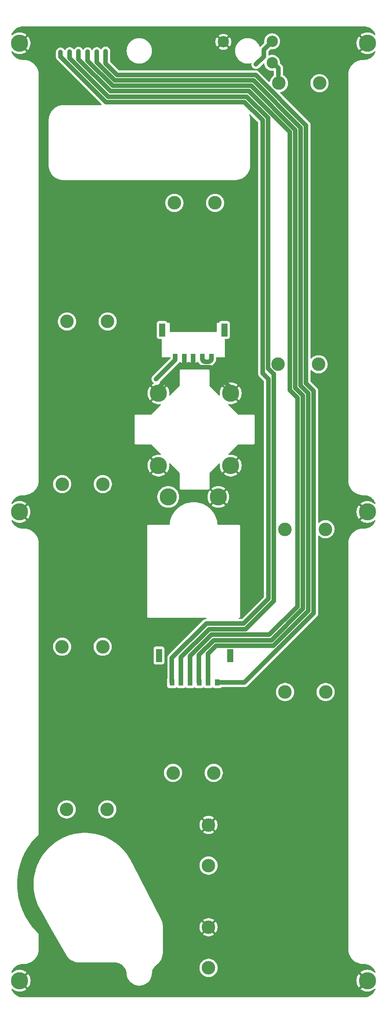
<source format=gbl>
%TF.GenerationSoftware,KiCad,Pcbnew,9.0.1*%
%TF.CreationDate,2025-04-06T17:11:13-07:00*%
%TF.ProjectId,Stationary_X_Panel,53746174-696f-46e6-9172-795f585f5061,1.6*%
%TF.SameCoordinates,Original*%
%TF.FileFunction,Copper,L2,Bot*%
%TF.FilePolarity,Positive*%
%FSLAX46Y46*%
G04 Gerber Fmt 4.6, Leading zero omitted, Abs format (unit mm)*
G04 Created by KiCad (PCBNEW 9.0.1) date 2025-04-06 17:11:13*
%MOMM*%
%LPD*%
G01*
G04 APERTURE LIST*
%TA.AperFunction,ComponentPad*%
%ADD10C,2.600000*%
%TD*%
%TA.AperFunction,ConnectorPad*%
%ADD11C,3.800000*%
%TD*%
%TA.AperFunction,ComponentPad*%
%ADD12C,3.000000*%
%TD*%
%TA.AperFunction,SMDPad,CuDef*%
%ADD13R,1.100000X1.450000*%
%TD*%
%TA.AperFunction,SMDPad,CuDef*%
%ADD14R,1.350000X2.900000*%
%TD*%
%TA.AperFunction,SMDPad,CuDef*%
%ADD15C,2.500000*%
%TD*%
%TA.AperFunction,ViaPad*%
%ADD16C,0.800000*%
%TD*%
%TA.AperFunction,Conductor*%
%ADD17C,1.000000*%
%TD*%
G04 APERTURE END LIST*
D10*
%TO.P,H12,1,1*%
%TO.N,GND*%
X109240000Y-127760000D03*
D11*
X109240000Y-127760000D03*
%TD*%
D12*
%TO.P,SC8,1,+*%
%TO.N,Net-(D7-A)*%
X98450000Y-95070000D03*
%TO.P,SC8,2,-*%
%TO.N,Net-(D8-A)*%
X89450000Y-95070000D03*
%TD*%
%TO.P,SC2,1,+*%
%TO.N,Net-(D1-A)*%
X51750000Y-85595000D03*
%TO.P,SC2,2,-*%
%TO.N,Net-(D2-A)*%
X42750000Y-85595000D03*
%TD*%
D10*
%TO.P,H8,1,1*%
%TO.N,GND*%
X32260000Y-231510000D03*
D11*
X32260000Y-231510000D03*
%TD*%
D12*
%TO.P,SC1,1,+*%
%TO.N,SC1-6_+*%
X66525000Y-59345000D03*
%TO.P,SC1,2,-*%
%TO.N,Net-(D1-A)*%
X75525000Y-59345000D03*
%TD*%
%TO.P,SC12,1,+*%
%TO.N,Net-(D11-A)*%
X74080000Y-206030000D03*
%TO.P,SC12,2,-*%
%TO.N,GND*%
X74080000Y-197030000D03*
%TD*%
%TO.P,SC11,1,+*%
%TO.N,Net-(D10-A)*%
X75240000Y-185520000D03*
%TO.P,SC11,2,-*%
%TO.N,Net-(D11-A)*%
X66240000Y-185520000D03*
%TD*%
%TO.P,SC9,1,+*%
%TO.N,Net-(D8-A)*%
X99970000Y-131590000D03*
%TO.P,SC9,2,-*%
%TO.N,Net-(D10-K)*%
X90970000Y-131590000D03*
%TD*%
D10*
%TO.P,H9,1,1*%
%TO.N,GND*%
X32240000Y-127750000D03*
D11*
X32240000Y-127750000D03*
%TD*%
D10*
%TO.P,H3,1,1*%
%TO.N,GND*%
X63000000Y-117500000D03*
D11*
X63000000Y-117500000D03*
%TD*%
D12*
%TO.P,SC7,1,+*%
%TO.N,SC7-12_+*%
X89665000Y-32845000D03*
%TO.P,SC7,2,-*%
%TO.N,Net-(D7-A)*%
X98665000Y-32845000D03*
%TD*%
D10*
%TO.P,H10,1,1*%
%TO.N,GND*%
X32250000Y-24010000D03*
D11*
X32250000Y-24010000D03*
%TD*%
D10*
%TO.P,H2,1,1*%
%TO.N,GND*%
X76265000Y-124425000D03*
D11*
X76265000Y-124425000D03*
%TD*%
D12*
%TO.P,SC6,1,+*%
%TO.N,Net-(D5-A)*%
X74080000Y-228670000D03*
%TO.P,SC6,2,-*%
%TO.N,GND*%
X74080000Y-219670000D03*
%TD*%
D10*
%TO.P,H5,1,1*%
%TO.N,GND*%
X63000000Y-101500000D03*
D11*
X63000000Y-101500000D03*
%TD*%
D12*
%TO.P,SC5,1,+*%
%TO.N,Net-(D4-A)*%
X51665000Y-193595000D03*
%TO.P,SC5,2,-*%
%TO.N,Net-(D5-A)*%
X42665000Y-193595000D03*
%TD*%
D10*
%TO.P,H7,1,1*%
%TO.N,GND*%
X109240000Y-231500000D03*
D11*
X109240000Y-231500000D03*
%TD*%
D10*
%TO.P,H4,1,1*%
%TO.N,GND*%
X79000000Y-117500000D03*
D11*
X79000000Y-117500000D03*
%TD*%
D10*
%TO.P,H11,1,1*%
%TO.N,GND*%
X109260000Y-24000000D03*
D11*
X109260000Y-24000000D03*
%TD*%
D12*
%TO.P,SC4,1,+*%
%TO.N,Net-(D3-A)*%
X50665000Y-157595000D03*
%TO.P,SC4,2,-*%
%TO.N,Net-(D4-A)*%
X41665000Y-157595000D03*
%TD*%
%TO.P,SC3,1,+*%
%TO.N,Net-(D2-A)*%
X50680000Y-121595000D03*
%TO.P,SC3,2,-*%
%TO.N,Net-(D3-A)*%
X41680000Y-121595000D03*
%TD*%
%TO.P,SC10,1,+*%
%TO.N,Net-(D10-K)*%
X100020000Y-167610000D03*
%TO.P,SC10,2,-*%
%TO.N,Net-(D10-A)*%
X91020000Y-167610000D03*
%TD*%
D10*
%TO.P,H6,1,1*%
%TO.N,GND*%
X79000000Y-101500000D03*
D11*
X79000000Y-101500000D03*
%TD*%
D10*
%TO.P,H1,1,1*%
%TO.N,BURN*%
X65165000Y-124425000D03*
D11*
X65165000Y-124425000D03*
%TD*%
D13*
%TO.P,J3,1,1*%
%TO.N,BURN*%
X66700000Y-93450000D03*
%TO.P,J3,2,2*%
%TO.N,GND*%
X68700000Y-93450000D03*
%TO.P,J3,3,3*%
X70700000Y-93450000D03*
%TO.P,J3,4,4*%
%TO.N,VSOLAR*%
X72700000Y-93450000D03*
%TO.P,J3,5,5*%
X74700000Y-93450000D03*
D14*
%TO.P,J3,S1,SHIELD1*%
%TO.N,unconnected-(J3-SHIELD1-PadS1)*%
X63805000Y-87475000D03*
%TO.P,J3,S2,SHIELD2*%
%TO.N,unconnected-(J3-SHIELD2-PadS2)*%
X77595000Y-87475000D03*
%TD*%
D15*
%TO.P,TP1,1,1*%
%TO.N,SC1-6_+*%
X88165000Y-23595000D03*
%TD*%
%TO.P,TP3,1,1*%
%TO.N,GND*%
X77365000Y-23695000D03*
%TD*%
%TO.P,TP2,1,1*%
%TO.N,SC7-12_+*%
X88165000Y-28345000D03*
%TD*%
D13*
%TO.P,J1,1,1*%
%TO.N,/RBF_DETECT*%
X66000000Y-165500000D03*
%TO.P,J1,2,2*%
%TO.N,/VBATT*%
X68000000Y-165500000D03*
%TO.P,J1,3,3*%
%TO.N,/VCHRG*%
X70000000Y-165500000D03*
%TO.P,J1,4,4*%
%TO.N,/VUSB_BAT*%
X72000000Y-165500000D03*
%TO.P,J1,5,5*%
%TO.N,/PYCUBED_GND*%
X74000000Y-165500000D03*
%TO.P,J1,6,6*%
%TO.N,/PYCUBED_GNDREF*%
X76000000Y-165500000D03*
D14*
%TO.P,J1,S1,SHIELD1*%
%TO.N,unconnected-(J1-SHIELD1-PadS1)*%
X63105000Y-159525000D03*
%TO.P,J1,S2,SHIELD2*%
%TO.N,unconnected-(J1-SHIELD2-PadS2)*%
X78895000Y-159525000D03*
%TD*%
D16*
%TO.N,VSOLAR*%
X73760000Y-94500000D03*
%TO.N,GND*%
X64178000Y-206422000D03*
X66098000Y-208462000D03*
X63980000Y-197580000D03*
X64598000Y-207952000D03*
X64410000Y-195920000D03*
X64690000Y-199050000D03*
%TO.N,SC1-6_+*%
X84590000Y-28695000D03*
%TO.N,BURN*%
X62490000Y-98340000D03*
%TO.N,SC7-12_+*%
X89560000Y-31050000D03*
%TO.N,/RBF_DETECT*%
X41310000Y-25970000D03*
%TO.N,/VUSB_BAT*%
X47310000Y-25910000D03*
%TO.N,/VCHRG*%
X45300000Y-25800000D03*
%TO.N,/VBATT*%
X43340000Y-25880000D03*
%TO.N,/PYCUBED_GND*%
X49340000Y-25880000D03*
%TO.N,/PYCUBED_GNDREF*%
X51290000Y-25780000D03*
%TD*%
D17*
%TO.N,VSOLAR*%
X73276000Y-94476000D02*
X73047478Y-94476000D01*
X73760000Y-94500000D02*
X73300000Y-94500000D01*
X72754000Y-93954000D02*
X72700000Y-93900000D01*
X73047478Y-94476000D02*
X72754000Y-94182522D01*
X73760000Y-94500000D02*
X74100000Y-94500000D01*
X74352522Y-94476000D02*
X74646000Y-94182522D01*
X74646000Y-93954000D02*
X74700000Y-93900000D01*
X74646000Y-94182522D02*
X74646000Y-93954000D01*
%TO.N,GND*%
X74400000Y-95700000D02*
X79000000Y-100300000D01*
X68100000Y-95700000D02*
X70300000Y-95700000D01*
X63000000Y-100300000D02*
X67600000Y-95700000D01*
X71400000Y-95700000D02*
X74400000Y-95700000D01*
X68700000Y-95100000D02*
X68700000Y-93900000D01*
X70700000Y-95300000D02*
X70700000Y-93960000D01*
X63000000Y-100500000D02*
X63000000Y-101500000D01*
X68100000Y-95700000D02*
X68700000Y-95100000D01*
X63000000Y-101500000D02*
X63000000Y-100300000D01*
X79000000Y-100300000D02*
X79000000Y-101500000D01*
X71400000Y-95700000D02*
X71100000Y-95700000D01*
X67600000Y-95700000D02*
X68100000Y-95700000D01*
X71100000Y-95700000D02*
X70700000Y-95300000D01*
X70300000Y-95700000D02*
X71400000Y-95700000D01*
%TO.N,SC1-6_+*%
X86350000Y-26935000D02*
X86350000Y-25410000D01*
X84590000Y-28695000D02*
X86350000Y-26935000D01*
X86350000Y-25410000D02*
X88165000Y-23595000D01*
%TO.N,BURN*%
X66700000Y-94130000D02*
X66700000Y-93450000D01*
X62490000Y-98340000D02*
X66700000Y-94130000D01*
%TO.N,SC7-12_+*%
X89560000Y-29490000D02*
X88415000Y-28345000D01*
X88415000Y-28345000D02*
X88165000Y-28345000D01*
X89560000Y-31050000D02*
X89560000Y-29490000D01*
%TO.N,/RBF_DETECT*%
X86049001Y-96478741D02*
X86050000Y-96479740D01*
X41310000Y-26975280D02*
X42139000Y-27804280D01*
X42139000Y-27804280D02*
X42139001Y-27805695D01*
X41310000Y-25970000D02*
X41310000Y-26975280D01*
X65970000Y-165470000D02*
X66000000Y-165500000D01*
X82039306Y-37036000D02*
X86049000Y-41045694D01*
X81871530Y-152450000D02*
X73610000Y-152450000D01*
X65970000Y-160090000D02*
X65970000Y-165470000D01*
X87359000Y-146962530D02*
X81871530Y-152450000D01*
X87359000Y-98359000D02*
X87359000Y-146962530D01*
X66000000Y-165500000D02*
X66000000Y-165000000D01*
X86050000Y-97050000D02*
X87359000Y-98359000D01*
X51369306Y-37036000D02*
X82039306Y-37036000D01*
X86050000Y-96479740D02*
X86050000Y-97050000D01*
X86049000Y-41045694D02*
X86049001Y-96478741D01*
X42139001Y-27805695D02*
X51369306Y-37036000D01*
X73610000Y-152450000D02*
X65970000Y-160090000D01*
%TO.N,/VUSB_BAT*%
X71970000Y-165470000D02*
X72000000Y-165500000D01*
X87996168Y-156140000D02*
X75210000Y-156140000D01*
X93290000Y-100312438D02*
X94950000Y-101972438D01*
X93290000Y-43194112D02*
X93290000Y-100312438D01*
X71970000Y-159380000D02*
X71970000Y-165470000D01*
X72000000Y-165500000D02*
X72000000Y-165000000D01*
X94950000Y-101972438D02*
X94950000Y-149186168D01*
X83530888Y-33435000D02*
X93290000Y-43194112D01*
X47310000Y-27884112D02*
X52860888Y-33435000D01*
X94950000Y-149186168D02*
X87996168Y-156140000D01*
X52860888Y-33435000D02*
X83530888Y-33435000D01*
X75210000Y-156140000D02*
X71970000Y-159380000D01*
X47310000Y-25910000D02*
X47310000Y-27884112D01*
%TO.N,/VCHRG*%
X93750000Y-102469494D02*
X93750000Y-148689112D01*
X45300000Y-27571168D02*
X52363832Y-34635000D01*
X92090000Y-43691168D02*
X92090000Y-100809494D01*
X69970000Y-159670000D02*
X69970000Y-165470000D01*
X45300000Y-25800000D02*
X45300000Y-27571168D01*
X92090000Y-100809494D02*
X93750000Y-102469494D01*
X83033832Y-34635000D02*
X92090000Y-43691168D01*
X87499112Y-154940000D02*
X74700000Y-154940000D01*
X52363832Y-34635000D02*
X83033832Y-34635000D01*
X74700000Y-154940000D02*
X69970000Y-159670000D01*
X70000000Y-165500000D02*
X70000000Y-165000000D01*
X93750000Y-148689112D02*
X87499112Y-154940000D01*
X69970000Y-165470000D02*
X70000000Y-165500000D01*
%TO.N,/VBATT*%
X51866776Y-35835000D02*
X82536776Y-35835000D01*
X87250000Y-95981270D02*
X88560000Y-97291270D01*
X67970000Y-159940000D02*
X67970000Y-165470000D01*
X82300000Y-153720000D02*
X74190000Y-153720000D01*
X68000000Y-165500000D02*
X68000000Y-165000000D01*
X88560000Y-97291270D02*
X88560000Y-147460000D01*
X74190000Y-153720000D02*
X67970000Y-159940000D01*
X87250000Y-40548224D02*
X87250000Y-95981270D01*
X43340000Y-27308224D02*
X51866776Y-35835000D01*
X88560000Y-147460000D02*
X82300000Y-153720000D01*
X67970000Y-165470000D02*
X68000000Y-165500000D01*
X82536776Y-35835000D02*
X87250000Y-40548224D01*
X43340000Y-25880000D02*
X43340000Y-27308224D01*
%TO.N,/PYCUBED_GND*%
X53357944Y-32235000D02*
X84027944Y-32235000D01*
X75770000Y-157360000D02*
X73970000Y-159160000D01*
X49340000Y-25880000D02*
X49340000Y-28217056D01*
X74000000Y-165500000D02*
X74000000Y-165000000D01*
X73970000Y-165470000D02*
X74000000Y-165500000D01*
X94490000Y-42697056D02*
X94490000Y-99815382D01*
X88473224Y-157360000D02*
X75770000Y-157360000D01*
X73970000Y-159160000D02*
X73970000Y-165470000D01*
X96150000Y-149683224D02*
X88473224Y-157360000D01*
X49340000Y-28217056D02*
X53357944Y-32235000D01*
X84027944Y-32235000D02*
X94490000Y-42697056D01*
X94490000Y-99815382D02*
X96150000Y-101475382D01*
X96150000Y-101475382D02*
X96150000Y-149683224D01*
%TO.N,/PYCUBED_GNDREF*%
X95690000Y-42200000D02*
X95690000Y-99318326D01*
X97350000Y-150180280D02*
X82030280Y-165500000D01*
X51290000Y-25780000D02*
X51290000Y-28470000D01*
X51290000Y-28470000D02*
X53855000Y-31035000D01*
X82030280Y-165500000D02*
X76000000Y-165500000D01*
X53855000Y-31035000D02*
X84525000Y-31035000D01*
X95690000Y-99318326D02*
X97350000Y-100978326D01*
X84525000Y-31035000D02*
X95690000Y-42200000D01*
X97350000Y-100978326D02*
X97350000Y-150180280D01*
%TD*%
%TA.AperFunction,Conductor*%
%TO.N,GND*%
G36*
X108503472Y-20300695D02*
G01*
X108795306Y-20317084D01*
X108809103Y-20318638D01*
X109093827Y-20367015D01*
X109107384Y-20370109D01*
X109384899Y-20450060D01*
X109398025Y-20454653D01*
X109664841Y-20565172D01*
X109677355Y-20571198D01*
X109843444Y-20662992D01*
X109930125Y-20710899D01*
X109941899Y-20718297D01*
X110177430Y-20885415D01*
X110188302Y-20894085D01*
X110403642Y-21086524D01*
X110413475Y-21096357D01*
X110605914Y-21311697D01*
X110614584Y-21322569D01*
X110781702Y-21558100D01*
X110789100Y-21569874D01*
X110928797Y-21822637D01*
X110934830Y-21835165D01*
X111017303Y-22034272D01*
X111024772Y-22103742D01*
X110993497Y-22166221D01*
X110933408Y-22201873D01*
X110863583Y-22199379D01*
X110825429Y-22178672D01*
X110650998Y-22039568D01*
X110422752Y-21896152D01*
X110179895Y-21779198D01*
X110179881Y-21779192D01*
X109925463Y-21690167D01*
X109925451Y-21690163D01*
X109662651Y-21630181D01*
X109662633Y-21630178D01*
X109394787Y-21600000D01*
X109125212Y-21600000D01*
X108857366Y-21630178D01*
X108857348Y-21630181D01*
X108594548Y-21690163D01*
X108594536Y-21690167D01*
X108340118Y-21779192D01*
X108340104Y-21779198D01*
X108097247Y-21896152D01*
X107869001Y-22039568D01*
X107748899Y-22135345D01*
X108677263Y-23063709D01*
X108543398Y-23160967D01*
X108420967Y-23283398D01*
X108323709Y-23417262D01*
X107395345Y-22488899D01*
X107299568Y-22609001D01*
X107156152Y-22837247D01*
X107039198Y-23080104D01*
X107039192Y-23080118D01*
X106950167Y-23334536D01*
X106950163Y-23334548D01*
X106890181Y-23597348D01*
X106890178Y-23597366D01*
X106860000Y-23865212D01*
X106860000Y-24134787D01*
X106890178Y-24402633D01*
X106890181Y-24402651D01*
X106950163Y-24665451D01*
X106950167Y-24665463D01*
X107039192Y-24919881D01*
X107039198Y-24919895D01*
X107156152Y-25162752D01*
X107299568Y-25390998D01*
X107395346Y-25511099D01*
X108323708Y-24582736D01*
X108420967Y-24716602D01*
X108543398Y-24839033D01*
X108677261Y-24936289D01*
X107748899Y-25864652D01*
X107748900Y-25864653D01*
X107868993Y-25960427D01*
X107868997Y-25960429D01*
X108097247Y-26103847D01*
X108340104Y-26220801D01*
X108340118Y-26220807D01*
X108594536Y-26309832D01*
X108594548Y-26309836D01*
X108857348Y-26369818D01*
X108857366Y-26369821D01*
X109125212Y-26399999D01*
X109125216Y-26400000D01*
X109394784Y-26400000D01*
X109394787Y-26399999D01*
X109662633Y-26369821D01*
X109662651Y-26369818D01*
X109925451Y-26309836D01*
X109925463Y-26309832D01*
X110179881Y-26220807D01*
X110179895Y-26220801D01*
X110422752Y-26103847D01*
X110650998Y-25960431D01*
X110825429Y-25821327D01*
X110829358Y-25819722D01*
X110832022Y-25816418D01*
X110861425Y-25806631D01*
X110890115Y-25794919D01*
X110894287Y-25795693D01*
X110898316Y-25794353D01*
X110928345Y-25802017D01*
X110958811Y-25807674D01*
X110961902Y-25810582D01*
X110966016Y-25811632D01*
X110987132Y-25834313D01*
X111009705Y-25855545D01*
X111010733Y-25859663D01*
X111013626Y-25862770D01*
X111019128Y-25893266D01*
X111026639Y-25923331D01*
X111025492Y-25928538D01*
X111026032Y-25931529D01*
X111017303Y-25965727D01*
X110934830Y-26164834D01*
X110928797Y-26177362D01*
X110789100Y-26430125D01*
X110781702Y-26441899D01*
X110614584Y-26677430D01*
X110605914Y-26688302D01*
X110413475Y-26903642D01*
X110403642Y-26913475D01*
X110188302Y-27105914D01*
X110177430Y-27114584D01*
X109941899Y-27281702D01*
X109930125Y-27289100D01*
X109677362Y-27428797D01*
X109664834Y-27434830D01*
X109398024Y-27545346D01*
X109384899Y-27549939D01*
X109107384Y-27629890D01*
X109093827Y-27632984D01*
X108809114Y-27681359D01*
X108795296Y-27682916D01*
X108503472Y-27699305D01*
X108496519Y-27699500D01*
X108372595Y-27699500D01*
X108325000Y-27699500D01*
X108152028Y-27699500D01*
X107807980Y-27735661D01*
X107807975Y-27735661D01*
X107807975Y-27735662D01*
X107469600Y-27807585D01*
X107469599Y-27807586D01*
X107140591Y-27914487D01*
X106824547Y-28055198D01*
X106824540Y-28055201D01*
X106524953Y-28228167D01*
X106524952Y-28228167D01*
X106245069Y-28431516D01*
X105987992Y-28662992D01*
X105756516Y-28920069D01*
X105553167Y-29199952D01*
X105553167Y-29199953D01*
X105380201Y-29499540D01*
X105380198Y-29499547D01*
X105239487Y-29815591D01*
X105132586Y-30144599D01*
X105132585Y-30144600D01*
X105076987Y-30406172D01*
X105060661Y-30482980D01*
X105024500Y-30827028D01*
X105024500Y-30960438D01*
X105024500Y-120702405D01*
X105024500Y-120750000D01*
X105024500Y-120922972D01*
X105060661Y-121267020D01*
X105060662Y-121267024D01*
X105132585Y-121605399D01*
X105132586Y-121605400D01*
X105132587Y-121605404D01*
X105239490Y-121934416D01*
X105376433Y-122241995D01*
X105380198Y-122250452D01*
X105380201Y-122250459D01*
X105553167Y-122550046D01*
X105553167Y-122550047D01*
X105756516Y-122829930D01*
X105839546Y-122922143D01*
X105987992Y-123087008D01*
X106089934Y-123178797D01*
X106245069Y-123318483D01*
X106245075Y-123318487D01*
X106245078Y-123318490D01*
X106291319Y-123352086D01*
X106524952Y-123521832D01*
X106824540Y-123694798D01*
X106824544Y-123694799D01*
X106824548Y-123694802D01*
X107140584Y-123835510D01*
X107469596Y-123942413D01*
X107469599Y-123942413D01*
X107469600Y-123942414D01*
X107516223Y-123952323D01*
X107807980Y-124014339D01*
X108152028Y-124050500D01*
X108285438Y-124050500D01*
X108452405Y-124050500D01*
X108496519Y-124050500D01*
X108503472Y-124050695D01*
X108795306Y-124067084D01*
X108809103Y-124068638D01*
X109093827Y-124117015D01*
X109107384Y-124120109D01*
X109384899Y-124200060D01*
X109398025Y-124204653D01*
X109664841Y-124315172D01*
X109677355Y-124321198D01*
X109843444Y-124412992D01*
X109930125Y-124460899D01*
X109941899Y-124468297D01*
X110177430Y-124635415D01*
X110188302Y-124644085D01*
X110395288Y-124829059D01*
X110403642Y-124836524D01*
X110413475Y-124846357D01*
X110605914Y-125061697D01*
X110614584Y-125072569D01*
X110781702Y-125308100D01*
X110789100Y-125319874D01*
X110928797Y-125572637D01*
X110934830Y-125585165D01*
X111033353Y-125823021D01*
X111040822Y-125892491D01*
X111009547Y-125954970D01*
X110949458Y-125990622D01*
X110879633Y-125988128D01*
X110841479Y-125967421D01*
X110630998Y-125799568D01*
X110402752Y-125656152D01*
X110159895Y-125539198D01*
X110159881Y-125539192D01*
X109905463Y-125450167D01*
X109905451Y-125450163D01*
X109642651Y-125390181D01*
X109642633Y-125390178D01*
X109374787Y-125360000D01*
X109105212Y-125360000D01*
X108837366Y-125390178D01*
X108837348Y-125390181D01*
X108574548Y-125450163D01*
X108574536Y-125450167D01*
X108320118Y-125539192D01*
X108320104Y-125539198D01*
X108077247Y-125656152D01*
X107849001Y-125799568D01*
X107728899Y-125895345D01*
X108657263Y-126823709D01*
X108523398Y-126920967D01*
X108400967Y-127043398D01*
X108303709Y-127177262D01*
X107375345Y-126248899D01*
X107279568Y-126369001D01*
X107136152Y-126597247D01*
X107019198Y-126840104D01*
X107019192Y-126840118D01*
X106930167Y-127094536D01*
X106930163Y-127094548D01*
X106870181Y-127357348D01*
X106870178Y-127357366D01*
X106840000Y-127625212D01*
X106840000Y-127894787D01*
X106870178Y-128162633D01*
X106870181Y-128162651D01*
X106930163Y-128425451D01*
X106930167Y-128425463D01*
X107019192Y-128679881D01*
X107019198Y-128679895D01*
X107136152Y-128922752D01*
X107279568Y-129150998D01*
X107375346Y-129271099D01*
X108303708Y-128342736D01*
X108400967Y-128476602D01*
X108523398Y-128599033D01*
X108657261Y-128696289D01*
X107728899Y-129624652D01*
X107728900Y-129624653D01*
X107848993Y-129720427D01*
X107848997Y-129720429D01*
X108077247Y-129863847D01*
X108320104Y-129980801D01*
X108320118Y-129980807D01*
X108574536Y-130069832D01*
X108574548Y-130069836D01*
X108837348Y-130129818D01*
X108837366Y-130129821D01*
X109105212Y-130159999D01*
X109105216Y-130160000D01*
X109374784Y-130160000D01*
X109374787Y-130159999D01*
X109642633Y-130129821D01*
X109642651Y-130129818D01*
X109905451Y-130069836D01*
X109905463Y-130069832D01*
X110159881Y-129980807D01*
X110159895Y-129980801D01*
X110402752Y-129863847D01*
X110630998Y-129720431D01*
X110829109Y-129562443D01*
X110833038Y-129560838D01*
X110835702Y-129557534D01*
X110865105Y-129547747D01*
X110893795Y-129536035D01*
X110897967Y-129536809D01*
X110901996Y-129535469D01*
X110932025Y-129543133D01*
X110962491Y-129548790D01*
X110965582Y-129551698D01*
X110969696Y-129552748D01*
X110990812Y-129575429D01*
X111013385Y-129596661D01*
X111014413Y-129600779D01*
X111017306Y-129603886D01*
X111022808Y-129634382D01*
X111030319Y-129664447D01*
X111029172Y-129669654D01*
X111029712Y-129672645D01*
X111020983Y-129706843D01*
X110934830Y-129914834D01*
X110928797Y-129927362D01*
X110789100Y-130180125D01*
X110781702Y-130191899D01*
X110614584Y-130427430D01*
X110605914Y-130438302D01*
X110413475Y-130653642D01*
X110403642Y-130663475D01*
X110188302Y-130855914D01*
X110177430Y-130864584D01*
X109941899Y-131031702D01*
X109930125Y-131039100D01*
X109677362Y-131178797D01*
X109664834Y-131184830D01*
X109398024Y-131295346D01*
X109384899Y-131299939D01*
X109107384Y-131379890D01*
X109093827Y-131382984D01*
X108809114Y-131431359D01*
X108795296Y-131432916D01*
X108503472Y-131449305D01*
X108496519Y-131449500D01*
X108372595Y-131449500D01*
X108325000Y-131449500D01*
X108152028Y-131449500D01*
X107807980Y-131485661D01*
X107807975Y-131485661D01*
X107807975Y-131485662D01*
X107469600Y-131557585D01*
X107469599Y-131557586D01*
X107140591Y-131664487D01*
X106824547Y-131805198D01*
X106824540Y-131805201D01*
X106524953Y-131978167D01*
X106524952Y-131978167D01*
X106245069Y-132181516D01*
X105987992Y-132412992D01*
X105756516Y-132670069D01*
X105553167Y-132949952D01*
X105553167Y-132949953D01*
X105380201Y-133249540D01*
X105380198Y-133249547D01*
X105239487Y-133565591D01*
X105132586Y-133894599D01*
X105132585Y-133894600D01*
X105076987Y-134156172D01*
X105060661Y-134232980D01*
X105024500Y-134577028D01*
X105024500Y-134710438D01*
X105024500Y-224452405D01*
X105024500Y-224500000D01*
X105024500Y-224672972D01*
X105060661Y-225017020D01*
X105060662Y-225017024D01*
X105132585Y-225355399D01*
X105132586Y-225355400D01*
X105132587Y-225355404D01*
X105239490Y-225684416D01*
X105348990Y-225930358D01*
X105380198Y-226000452D01*
X105380201Y-226000459D01*
X105553167Y-226300046D01*
X105553167Y-226300047D01*
X105756516Y-226579930D01*
X105883718Y-226721200D01*
X105987992Y-226837008D01*
X106089934Y-226928797D01*
X106245069Y-227068483D01*
X106245075Y-227068487D01*
X106245078Y-227068490D01*
X106254059Y-227075015D01*
X106524952Y-227271832D01*
X106824540Y-227444798D01*
X106824544Y-227444799D01*
X106824548Y-227444802D01*
X107140584Y-227585510D01*
X107469596Y-227692413D01*
X107469599Y-227692413D01*
X107469600Y-227692414D01*
X107516223Y-227702323D01*
X107807980Y-227764339D01*
X108152028Y-227800500D01*
X108285438Y-227800500D01*
X108452405Y-227800500D01*
X108496519Y-227800500D01*
X108503472Y-227800695D01*
X108795306Y-227817084D01*
X108809103Y-227818638D01*
X109093827Y-227867015D01*
X109107384Y-227870109D01*
X109384899Y-227950060D01*
X109398025Y-227954653D01*
X109664841Y-228065172D01*
X109677355Y-228071198D01*
X109763142Y-228118611D01*
X109930125Y-228210899D01*
X109941899Y-228218297D01*
X110177430Y-228385415D01*
X110188302Y-228394085D01*
X110349748Y-228538362D01*
X110403642Y-228586524D01*
X110413475Y-228596357D01*
X110605914Y-228811697D01*
X110614584Y-228822569D01*
X110781702Y-229058100D01*
X110789100Y-229069874D01*
X110928797Y-229322637D01*
X110934830Y-229335165D01*
X111027168Y-229558089D01*
X111034637Y-229627559D01*
X111003362Y-229690038D01*
X110943273Y-229725690D01*
X110873448Y-229723196D01*
X110835294Y-229702489D01*
X110630998Y-229539568D01*
X110402752Y-229396152D01*
X110159895Y-229279198D01*
X110159881Y-229279192D01*
X109905463Y-229190167D01*
X109905451Y-229190163D01*
X109642651Y-229130181D01*
X109642633Y-229130178D01*
X109374787Y-229100000D01*
X109105212Y-229100000D01*
X108837366Y-229130178D01*
X108837348Y-229130181D01*
X108574548Y-229190163D01*
X108574536Y-229190167D01*
X108320118Y-229279192D01*
X108320104Y-229279198D01*
X108077247Y-229396152D01*
X107849001Y-229539568D01*
X107728899Y-229635345D01*
X108657263Y-230563709D01*
X108523398Y-230660967D01*
X108400967Y-230783398D01*
X108303709Y-230917262D01*
X107375345Y-229988899D01*
X107279568Y-230109001D01*
X107136152Y-230337247D01*
X107019198Y-230580104D01*
X107019192Y-230580118D01*
X106930167Y-230834536D01*
X106930163Y-230834548D01*
X106870181Y-231097348D01*
X106870178Y-231097366D01*
X106840000Y-231365212D01*
X106840000Y-231634787D01*
X106870178Y-231902633D01*
X106870181Y-231902651D01*
X106930163Y-232165451D01*
X106930167Y-232165463D01*
X107019192Y-232419881D01*
X107019198Y-232419895D01*
X107136152Y-232662752D01*
X107279568Y-232890998D01*
X107375346Y-233011099D01*
X108303708Y-232082736D01*
X108400967Y-232216602D01*
X108523398Y-232339033D01*
X108657261Y-232436289D01*
X107728899Y-233364652D01*
X107728900Y-233364653D01*
X107848993Y-233460427D01*
X107848997Y-233460429D01*
X108077247Y-233603847D01*
X108320104Y-233720801D01*
X108320118Y-233720807D01*
X108574536Y-233809832D01*
X108574548Y-233809836D01*
X108837348Y-233869818D01*
X108837366Y-233869821D01*
X109105212Y-233899999D01*
X109105216Y-233900000D01*
X109374784Y-233900000D01*
X109374787Y-233899999D01*
X109642633Y-233869821D01*
X109642651Y-233869818D01*
X109905451Y-233809836D01*
X109905463Y-233809832D01*
X110159881Y-233720807D01*
X110159895Y-233720801D01*
X110402752Y-233603847D01*
X110630998Y-233460431D01*
X110835294Y-233297510D01*
X110839223Y-233295905D01*
X110841887Y-233292601D01*
X110871290Y-233282814D01*
X110899980Y-233271102D01*
X110904152Y-233271876D01*
X110908181Y-233270536D01*
X110938208Y-233278200D01*
X110968676Y-233283857D01*
X110971768Y-233286765D01*
X110975880Y-233287815D01*
X110996996Y-233310495D01*
X111019570Y-233331728D01*
X111020598Y-233335845D01*
X111023491Y-233338952D01*
X111028993Y-233369450D01*
X111036504Y-233399514D01*
X111035357Y-233404721D01*
X111035897Y-233407712D01*
X111027168Y-233441910D01*
X110934830Y-233664834D01*
X110928797Y-233677362D01*
X110789100Y-233930125D01*
X110781702Y-233941899D01*
X110614584Y-234177430D01*
X110605914Y-234188302D01*
X110413475Y-234403642D01*
X110403642Y-234413475D01*
X110188302Y-234605914D01*
X110177430Y-234614584D01*
X109941899Y-234781702D01*
X109930125Y-234789100D01*
X109677362Y-234928797D01*
X109664834Y-234934830D01*
X109398024Y-235045346D01*
X109384899Y-235049939D01*
X109107384Y-235129890D01*
X109093827Y-235132984D01*
X108809114Y-235181359D01*
X108795296Y-235182916D01*
X108503472Y-235199305D01*
X108496519Y-235199500D01*
X33003481Y-235199500D01*
X32996528Y-235199305D01*
X32704703Y-235182916D01*
X32690885Y-235181359D01*
X32406172Y-235132984D01*
X32392615Y-235129890D01*
X32115100Y-235049939D01*
X32101975Y-235045346D01*
X31835165Y-234934830D01*
X31822637Y-234928797D01*
X31569874Y-234789100D01*
X31558100Y-234781702D01*
X31322569Y-234614584D01*
X31311697Y-234605914D01*
X31096357Y-234413475D01*
X31086524Y-234403642D01*
X30894085Y-234188302D01*
X30885415Y-234177430D01*
X30718297Y-233941899D01*
X30710899Y-233930125D01*
X30677569Y-233869818D01*
X30571198Y-233677355D01*
X30565172Y-233664841D01*
X30479015Y-233456841D01*
X30471547Y-233387374D01*
X30502822Y-233324894D01*
X30562911Y-233289242D01*
X30632736Y-233291736D01*
X30670890Y-233312443D01*
X30869001Y-233470431D01*
X31097247Y-233613847D01*
X31340104Y-233730801D01*
X31340118Y-233730807D01*
X31594536Y-233819832D01*
X31594548Y-233819836D01*
X31857348Y-233879818D01*
X31857366Y-233879821D01*
X32125212Y-233909999D01*
X32125216Y-233910000D01*
X32394784Y-233910000D01*
X32394787Y-233909999D01*
X32662633Y-233879821D01*
X32662651Y-233879818D01*
X32925451Y-233819836D01*
X32925463Y-233819832D01*
X33179881Y-233730807D01*
X33179895Y-233730801D01*
X33422752Y-233613847D01*
X33650999Y-233470431D01*
X33771098Y-233374653D01*
X33771099Y-233374652D01*
X32842737Y-232446290D01*
X32976602Y-232349033D01*
X33099033Y-232226602D01*
X33196290Y-232092737D01*
X34124652Y-233021099D01*
X34124653Y-233021098D01*
X34220431Y-232900999D01*
X34363847Y-232672752D01*
X34480801Y-232429895D01*
X34480807Y-232429881D01*
X34569832Y-232175463D01*
X34569836Y-232175451D01*
X34629818Y-231912651D01*
X34629821Y-231912633D01*
X34659999Y-231644787D01*
X34660000Y-231644783D01*
X34660000Y-231375216D01*
X34659999Y-231375212D01*
X34629821Y-231107366D01*
X34629818Y-231107348D01*
X34569836Y-230844548D01*
X34569832Y-230844536D01*
X34480807Y-230590118D01*
X34480801Y-230590104D01*
X34363847Y-230347247D01*
X34220429Y-230118997D01*
X34220427Y-230118993D01*
X34124653Y-229998900D01*
X34124652Y-229998899D01*
X33196290Y-230927262D01*
X33099033Y-230793398D01*
X32976602Y-230670967D01*
X32842736Y-230573708D01*
X33771099Y-229645346D01*
X33650998Y-229549568D01*
X33422752Y-229406152D01*
X33179895Y-229289198D01*
X33179881Y-229289192D01*
X32925463Y-229200167D01*
X32925451Y-229200163D01*
X32662651Y-229140181D01*
X32662633Y-229140178D01*
X32394787Y-229110000D01*
X32125212Y-229110000D01*
X31857366Y-229140178D01*
X31857348Y-229140181D01*
X31594548Y-229200163D01*
X31594536Y-229200167D01*
X31340118Y-229289192D01*
X31340104Y-229289198D01*
X31097247Y-229406152D01*
X30869001Y-229549568D01*
X30658520Y-229717421D01*
X30593833Y-229743830D01*
X30525138Y-229731073D01*
X30474244Y-229683203D01*
X30457310Y-229615416D01*
X30466646Y-229573021D01*
X30471943Y-229560234D01*
X30565175Y-229335151D01*
X30571195Y-229322651D01*
X30710902Y-229069868D01*
X30718297Y-229058100D01*
X30759843Y-228999547D01*
X30885422Y-228822559D01*
X30894077Y-228811705D01*
X31086534Y-228596346D01*
X31096346Y-228586534D01*
X31311705Y-228394077D01*
X31322559Y-228385422D01*
X31558105Y-228218293D01*
X31569868Y-228210902D01*
X31822651Y-228071195D01*
X31835151Y-228065175D01*
X32101979Y-227954651D01*
X32115096Y-227950061D01*
X32392621Y-227870107D01*
X32406167Y-227867015D01*
X32690898Y-227818638D01*
X32704691Y-227817084D01*
X32996528Y-227800695D01*
X33003481Y-227800500D01*
X33347967Y-227800500D01*
X33347972Y-227800500D01*
X33692020Y-227764339D01*
X34030404Y-227692413D01*
X34359416Y-227585510D01*
X34675452Y-227444802D01*
X34975046Y-227271832D01*
X34975047Y-227271832D01*
X35027429Y-227233773D01*
X35254922Y-227068490D01*
X35256693Y-227066896D01*
X35280626Y-227045346D01*
X35512008Y-226837008D01*
X35743490Y-226579922D01*
X35946831Y-226300048D01*
X36119802Y-226000452D01*
X36260510Y-225684416D01*
X36367413Y-225355404D01*
X36439339Y-225017020D01*
X36475500Y-224672972D01*
X36475500Y-224500000D01*
X36475500Y-224452405D01*
X36475500Y-221295250D01*
X36479169Y-221268148D01*
X36475500Y-221247940D01*
X36475500Y-221235438D01*
X36469774Y-221214072D01*
X36467552Y-221204168D01*
X36462164Y-221174490D01*
X36462163Y-221174488D01*
X36462163Y-221174487D01*
X36461961Y-221174112D01*
X36461961Y-221174111D01*
X36456198Y-221163404D01*
X36455021Y-221159011D01*
X36437482Y-221128632D01*
X36417050Y-221090671D01*
X36386094Y-221061079D01*
X36384098Y-221059127D01*
X36362873Y-221037902D01*
X35846969Y-220519180D01*
X35842668Y-220514631D01*
X35336970Y-219952024D01*
X35332903Y-219947264D01*
X34964634Y-219493424D01*
X34856218Y-219359816D01*
X34852401Y-219354861D01*
X34611837Y-219025744D01*
X34405980Y-218744109D01*
X34402420Y-218738970D01*
X34357165Y-218670000D01*
X33987404Y-218106477D01*
X33984110Y-218101170D01*
X33601529Y-217448506D01*
X33598521Y-217443064D01*
X33249387Y-216771954D01*
X33246638Y-216766329D01*
X33238015Y-216747488D01*
X32931797Y-216078399D01*
X32929356Y-216072687D01*
X32649653Y-215369776D01*
X32647504Y-215363954D01*
X32403623Y-214647780D01*
X32401771Y-214641857D01*
X32194357Y-213914319D01*
X32192794Y-213908257D01*
X32022366Y-213171185D01*
X32021121Y-213165113D01*
X31888104Y-212420318D01*
X31887167Y-212414174D01*
X31791918Y-211663663D01*
X31791292Y-211657488D01*
X31734044Y-210903101D01*
X31733731Y-210896921D01*
X31723293Y-210483582D01*
X35369474Y-210483582D01*
X35369474Y-210483595D01*
X35406674Y-211141332D01*
X35481858Y-211795829D01*
X35481860Y-211795841D01*
X35594766Y-212444843D01*
X35594772Y-212444875D01*
X35745037Y-213086296D01*
X35745041Y-213086309D01*
X35932151Y-213717950D01*
X35932155Y-213717961D01*
X35932158Y-213717969D01*
X35946442Y-213757608D01*
X36155496Y-214337747D01*
X36155499Y-214337753D01*
X36414318Y-214943588D01*
X36414326Y-214943606D01*
X36707737Y-215533417D01*
X36847679Y-215778185D01*
X36847723Y-215778274D01*
X36851592Y-215785040D01*
X36851593Y-215785042D01*
X39296958Y-220061009D01*
X42549700Y-225748757D01*
X42549714Y-225748816D01*
X42575199Y-225793358D01*
X42575199Y-225793359D01*
X42653450Y-225930125D01*
X42653583Y-225930358D01*
X42835730Y-226188175D01*
X42835734Y-226188180D01*
X42958445Y-226330759D01*
X43041658Y-226427445D01*
X43269473Y-226645966D01*
X43514192Y-226839451D01*
X43517105Y-226841754D01*
X43782282Y-227013012D01*
X43782292Y-227013018D01*
X43910851Y-227079598D01*
X44062596Y-227158187D01*
X44355484Y-227275949D01*
X44658273Y-227365226D01*
X44968200Y-227425201D01*
X45282435Y-227455327D01*
X45400685Y-227455349D01*
X45400714Y-227455357D01*
X45440274Y-227455357D01*
X45487868Y-227455358D01*
X45487871Y-227455357D01*
X53213877Y-227455357D01*
X53213889Y-227455361D01*
X53257920Y-227455357D01*
X53265069Y-227455564D01*
X53554660Y-227472339D01*
X53566382Y-227473018D01*
X53580646Y-227474677D01*
X53614811Y-227480673D01*
X53874378Y-227526227D01*
X53888349Y-227529523D01*
X54174163Y-227614692D01*
X54187645Y-227619576D01*
X54461699Y-227737220D01*
X54474540Y-227743638D01*
X54691373Y-227868182D01*
X54733135Y-227892169D01*
X54745152Y-227900030D01*
X54984843Y-228077464D01*
X54995864Y-228086656D01*
X55213451Y-228290630D01*
X55223329Y-228301029D01*
X55298075Y-228389446D01*
X55415857Y-228528770D01*
X55424478Y-228540255D01*
X55589387Y-228788734D01*
X55596622Y-228801140D01*
X55731696Y-229067019D01*
X55737448Y-229080177D01*
X55840875Y-229359885D01*
X55845067Y-229373620D01*
X55915461Y-229663410D01*
X55918037Y-229677537D01*
X55941808Y-229870734D01*
X55952230Y-229955447D01*
X55954896Y-229977111D01*
X55955566Y-229984260D01*
X55955866Y-229988899D01*
X55958400Y-230028159D01*
X55958402Y-230028165D01*
X55958917Y-230036137D01*
X55958918Y-230036141D01*
X55965846Y-230143354D01*
X55965847Y-230143356D01*
X55981390Y-230228365D01*
X56024481Y-230464036D01*
X56056679Y-230569196D01*
X56119924Y-230775759D01*
X56119925Y-230775760D01*
X56217208Y-230997523D01*
X56250886Y-231074295D01*
X56341414Y-231228918D01*
X56415601Y-231355630D01*
X56611838Y-231615947D01*
X56836950Y-231851740D01*
X56836961Y-231851750D01*
X57087905Y-232059832D01*
X57087907Y-232059833D01*
X57361304Y-232237401D01*
X57653458Y-232382052D01*
X57653465Y-232382055D01*
X57759233Y-232419881D01*
X57960420Y-232491832D01*
X57960421Y-232491833D01*
X58122970Y-232529410D01*
X58278048Y-232565260D01*
X58602048Y-232601341D01*
X58602060Y-232601340D01*
X58602061Y-232601341D01*
X58759010Y-232600497D01*
X58928046Y-232599589D01*
X59251639Y-232560029D01*
X59568458Y-232483193D01*
X59874223Y-232370121D01*
X60164806Y-232222339D01*
X60436281Y-232041842D01*
X60684982Y-231831069D01*
X60907552Y-231592867D01*
X61100983Y-231330451D01*
X61262663Y-231047366D01*
X61390410Y-230747435D01*
X61482498Y-230434709D01*
X61537682Y-230113411D01*
X61546184Y-229955475D01*
X61546187Y-229955475D01*
X61546185Y-229955451D01*
X61546262Y-229954026D01*
X61546808Y-229947328D01*
X61577701Y-229663999D01*
X61579899Y-229650650D01*
X61640799Y-229375700D01*
X61644443Y-229362669D01*
X61734989Y-229096011D01*
X61740030Y-229083465D01*
X61859139Y-228828288D01*
X61865534Y-228816342D01*
X61874461Y-228801653D01*
X62011772Y-228575709D01*
X62019421Y-228564546D01*
X62039552Y-228538362D01*
X72071500Y-228538362D01*
X72071500Y-228801637D01*
X72071501Y-228801653D01*
X72105865Y-229062678D01*
X72174009Y-229316995D01*
X72274761Y-229560234D01*
X72274769Y-229560250D01*
X72406409Y-229788256D01*
X72566687Y-229997136D01*
X72566693Y-229997143D01*
X72752856Y-230183306D01*
X72752863Y-230183312D01*
X72961743Y-230343590D01*
X73189749Y-230475230D01*
X73189765Y-230475238D01*
X73267482Y-230507429D01*
X73433003Y-230575990D01*
X73687320Y-230644134D01*
X73948356Y-230678500D01*
X73948363Y-230678500D01*
X74211637Y-230678500D01*
X74211644Y-230678500D01*
X74472680Y-230644134D01*
X74726997Y-230575990D01*
X74911539Y-230499550D01*
X74970234Y-230475238D01*
X74970237Y-230475236D01*
X74970243Y-230475234D01*
X75198257Y-230343590D01*
X75407138Y-230183311D01*
X75593311Y-229997138D01*
X75753590Y-229788257D01*
X75885234Y-229560243D01*
X75985990Y-229316997D01*
X76054134Y-229062680D01*
X76088500Y-228801644D01*
X76088500Y-228538356D01*
X76054134Y-228277320D01*
X75985990Y-228023003D01*
X75906667Y-227831500D01*
X75885238Y-227779765D01*
X75885230Y-227779749D01*
X75753590Y-227551743D01*
X75593312Y-227342863D01*
X75593306Y-227342856D01*
X75407143Y-227156693D01*
X75407136Y-227156687D01*
X75198256Y-226996409D01*
X74970250Y-226864769D01*
X74970234Y-226864761D01*
X74726995Y-226764009D01*
X74472678Y-226695865D01*
X74211653Y-226661501D01*
X74211650Y-226661500D01*
X74211644Y-226661500D01*
X73948356Y-226661500D01*
X73948350Y-226661500D01*
X73948346Y-226661501D01*
X73687321Y-226695865D01*
X73433004Y-226764009D01*
X73189765Y-226864761D01*
X73189749Y-226864769D01*
X72961743Y-226996409D01*
X72752863Y-227156687D01*
X72752856Y-227156693D01*
X72566693Y-227342856D01*
X72566687Y-227342863D01*
X72406409Y-227551743D01*
X72274769Y-227779749D01*
X72274761Y-227779765D01*
X72174009Y-228023004D01*
X72105865Y-228277321D01*
X72071501Y-228538346D01*
X72071500Y-228538362D01*
X62039552Y-228538362D01*
X62191072Y-228341288D01*
X62199886Y-228331036D01*
X62394868Y-228127857D01*
X62404761Y-228118617D01*
X62623741Y-227935438D01*
X62629035Y-227931249D01*
X62762467Y-227831500D01*
X63013095Y-227600317D01*
X63238569Y-227344542D01*
X63240758Y-227341472D01*
X63436485Y-227066903D01*
X63436484Y-227066903D01*
X63436490Y-227066896D01*
X63604751Y-226770336D01*
X63741561Y-226458017D01*
X63831333Y-226177430D01*
X63845457Y-226133284D01*
X63845457Y-226133282D01*
X63845463Y-226133265D01*
X63915351Y-225799535D01*
X63950482Y-225460381D01*
X63950494Y-225339478D01*
X63950500Y-225339406D01*
X63950500Y-219538905D01*
X72080000Y-219538905D01*
X72080000Y-219801094D01*
X72114220Y-220061009D01*
X72114222Y-220061020D01*
X72182075Y-220314255D01*
X72282404Y-220556471D01*
X72282409Y-220556482D01*
X72413488Y-220783516D01*
X72413494Y-220783524D01*
X72500080Y-220896365D01*
X73217425Y-220179019D01*
X73303249Y-220307463D01*
X73442537Y-220446751D01*
X73570978Y-220532573D01*
X72853633Y-221249917D01*
X72853633Y-221249918D01*
X72966475Y-221336505D01*
X72966483Y-221336511D01*
X73193517Y-221467590D01*
X73193528Y-221467595D01*
X73435744Y-221567924D01*
X73688979Y-221635777D01*
X73688990Y-221635779D01*
X73948905Y-221669999D01*
X73948920Y-221670000D01*
X74211080Y-221670000D01*
X74211094Y-221669999D01*
X74471009Y-221635779D01*
X74471020Y-221635777D01*
X74724255Y-221567924D01*
X74966471Y-221467595D01*
X74966482Y-221467590D01*
X75193516Y-221336511D01*
X75193534Y-221336499D01*
X75306365Y-221249919D01*
X75306365Y-221249917D01*
X74589020Y-220532573D01*
X74717463Y-220446751D01*
X74856751Y-220307463D01*
X74942573Y-220179021D01*
X75659917Y-220896365D01*
X75659919Y-220896365D01*
X75746499Y-220783534D01*
X75746511Y-220783516D01*
X75877590Y-220556482D01*
X75877595Y-220556471D01*
X75977924Y-220314255D01*
X76045777Y-220061020D01*
X76045779Y-220061009D01*
X76079999Y-219801094D01*
X76080000Y-219801080D01*
X76080000Y-219538919D01*
X76079999Y-219538905D01*
X76045779Y-219278990D01*
X76045777Y-219278979D01*
X75977924Y-219025744D01*
X75877595Y-218783528D01*
X75877590Y-218783517D01*
X75746511Y-218556483D01*
X75746505Y-218556475D01*
X75659918Y-218443633D01*
X75659917Y-218443633D01*
X74942572Y-219160978D01*
X74856751Y-219032537D01*
X74717463Y-218893249D01*
X74589019Y-218807425D01*
X75306365Y-218090080D01*
X75193524Y-218003494D01*
X75193516Y-218003488D01*
X74966482Y-217872409D01*
X74966471Y-217872404D01*
X74724255Y-217772075D01*
X74471020Y-217704222D01*
X74471009Y-217704220D01*
X74211094Y-217670000D01*
X73948905Y-217670000D01*
X73688990Y-217704220D01*
X73688979Y-217704222D01*
X73435744Y-217772075D01*
X73193528Y-217872404D01*
X73193517Y-217872409D01*
X72966471Y-218003496D01*
X72853633Y-218090079D01*
X72853633Y-218090080D01*
X73570979Y-218807426D01*
X73442537Y-218893249D01*
X73303249Y-219032537D01*
X73217426Y-219160979D01*
X72500080Y-218443633D01*
X72500079Y-218443633D01*
X72413496Y-218556471D01*
X72282409Y-218783517D01*
X72282404Y-218783528D01*
X72182075Y-219025744D01*
X72114222Y-219278979D01*
X72114220Y-219278990D01*
X72080000Y-219538905D01*
X63950500Y-219538905D01*
X63950500Y-219493424D01*
X63950503Y-219493375D01*
X63950503Y-219487206D01*
X63950533Y-219487100D01*
X63950520Y-219435815D01*
X63950521Y-219435815D01*
X63950482Y-219277934D01*
X63920328Y-218963615D01*
X63860314Y-218653609D01*
X63770988Y-218350745D01*
X63770986Y-218350741D01*
X63770985Y-218350736D01*
X63704047Y-218184302D01*
X63666152Y-218090080D01*
X63653165Y-218057789D01*
X63598770Y-217952740D01*
X63598764Y-217952709D01*
X63580569Y-217917588D01*
X63558677Y-217875328D01*
X63558675Y-217875326D01*
X63554294Y-217866868D01*
X63554281Y-217866849D01*
X57353719Y-205898362D01*
X72071500Y-205898362D01*
X72071500Y-206161637D01*
X72071501Y-206161653D01*
X72105865Y-206422678D01*
X72174009Y-206676995D01*
X72274761Y-206920234D01*
X72274769Y-206920250D01*
X72406409Y-207148256D01*
X72566687Y-207357136D01*
X72566693Y-207357143D01*
X72752856Y-207543306D01*
X72752863Y-207543312D01*
X72961743Y-207703590D01*
X73189749Y-207835230D01*
X73189765Y-207835238D01*
X73341451Y-207898068D01*
X73433003Y-207935990D01*
X73687320Y-208004134D01*
X73948356Y-208038500D01*
X73948363Y-208038500D01*
X74211637Y-208038500D01*
X74211644Y-208038500D01*
X74472680Y-208004134D01*
X74726997Y-207935990D01*
X74923403Y-207854636D01*
X74970234Y-207835238D01*
X74970237Y-207835236D01*
X74970243Y-207835234D01*
X75198257Y-207703590D01*
X75407138Y-207543311D01*
X75593311Y-207357138D01*
X75753590Y-207148257D01*
X75885234Y-206920243D01*
X75985990Y-206676997D01*
X76054134Y-206422680D01*
X76088500Y-206161644D01*
X76088500Y-205898356D01*
X76054134Y-205637320D01*
X75985990Y-205383003D01*
X75915620Y-205213114D01*
X75885238Y-205139765D01*
X75885230Y-205139749D01*
X75753590Y-204911743D01*
X75593312Y-204702863D01*
X75593306Y-204702856D01*
X75407143Y-204516693D01*
X75407136Y-204516687D01*
X75198256Y-204356409D01*
X74970250Y-204224769D01*
X74970234Y-204224761D01*
X74726995Y-204124009D01*
X74472678Y-204055865D01*
X74211653Y-204021501D01*
X74211650Y-204021500D01*
X74211644Y-204021500D01*
X73948356Y-204021500D01*
X73948350Y-204021500D01*
X73948346Y-204021501D01*
X73687321Y-204055865D01*
X73433004Y-204124009D01*
X73189765Y-204224761D01*
X73189749Y-204224769D01*
X72961743Y-204356409D01*
X72752863Y-204516687D01*
X72752856Y-204516693D01*
X72566693Y-204702856D01*
X72566687Y-204702863D01*
X72406409Y-204911743D01*
X72274769Y-205139749D01*
X72274761Y-205139765D01*
X72174009Y-205383004D01*
X72105865Y-205637321D01*
X72071501Y-205898346D01*
X72071500Y-205898362D01*
X57353719Y-205898362D01*
X56859563Y-204944530D01*
X56854590Y-204934930D01*
X56836391Y-204899802D01*
X56836371Y-204899780D01*
X56703028Y-204642471D01*
X56366649Y-204076023D01*
X55998069Y-203529981D01*
X55998043Y-203529946D01*
X55598534Y-203006185D01*
X55598513Y-203006159D01*
X55169367Y-202506372D01*
X55169353Y-202506357D01*
X55169347Y-202506350D01*
X54848602Y-202173829D01*
X54711974Y-202032184D01*
X54227955Y-201585283D01*
X54227950Y-201585278D01*
X53835545Y-201262943D01*
X53718889Y-201167117D01*
X53186481Y-200779093D01*
X53186471Y-200779086D01*
X52632525Y-200422517D01*
X52058866Y-200098578D01*
X52058853Y-200098571D01*
X51467437Y-199808365D01*
X50860212Y-199552848D01*
X50239208Y-199332876D01*
X49699587Y-199176212D01*
X49606549Y-199149201D01*
X49606545Y-199149200D01*
X49606514Y-199149192D01*
X48964332Y-199002428D01*
X48964301Y-199002422D01*
X48314660Y-198893042D01*
X48314655Y-198893041D01*
X47659767Y-198821419D01*
X47659740Y-198821417D01*
X47001838Y-198787796D01*
X47001828Y-198787796D01*
X47001827Y-198787796D01*
X46954991Y-198788115D01*
X46343048Y-198792286D01*
X45685631Y-198834874D01*
X45031760Y-198915419D01*
X44383677Y-199033644D01*
X44383649Y-199033650D01*
X43743519Y-199189156D01*
X43743499Y-199189162D01*
X43113381Y-199381449D01*
X42495453Y-199609858D01*
X41891797Y-199873615D01*
X41891754Y-199873636D01*
X41304354Y-200171874D01*
X41304346Y-200171877D01*
X40735172Y-200503596D01*
X40735149Y-200503611D01*
X40480931Y-200672194D01*
X40186112Y-200867701D01*
X40186107Y-200867704D01*
X40186102Y-200867708D01*
X40186087Y-200867718D01*
X39659058Y-201262933D01*
X39659050Y-201262939D01*
X39155728Y-201688006D01*
X38677832Y-202141478D01*
X38415037Y-202421462D01*
X38226972Y-202621828D01*
X38226967Y-202621832D01*
X38226965Y-202621836D01*
X37804638Y-203127466D01*
X37412295Y-203656638D01*
X37412263Y-203656683D01*
X37051184Y-204207663D01*
X37051176Y-204207677D01*
X36722556Y-204778649D01*
X36722552Y-204778657D01*
X36427503Y-205367689D01*
X36427499Y-205367696D01*
X36427499Y-205367698D01*
X36427489Y-205367718D01*
X36167023Y-205972790D01*
X35941975Y-206591956D01*
X35941971Y-206591967D01*
X35941971Y-206591969D01*
X35796057Y-207079606D01*
X35753113Y-207223123D01*
X35601083Y-207864121D01*
X35601075Y-207864155D01*
X35486380Y-208512855D01*
X35486373Y-208512905D01*
X35409393Y-209167136D01*
X35409392Y-209167156D01*
X35370383Y-209824756D01*
X35370382Y-209824777D01*
X35369474Y-210483582D01*
X31723293Y-210483582D01*
X31714633Y-210140628D01*
X31714633Y-210134370D01*
X31733731Y-209378076D01*
X31734044Y-209371900D01*
X31791293Y-208617507D01*
X31791917Y-208611340D01*
X31887168Y-207860812D01*
X31888103Y-207854686D01*
X32021123Y-207109879D01*
X32022366Y-207103814D01*
X32192794Y-206366742D01*
X32194357Y-206360680D01*
X32203415Y-206328908D01*
X32401774Y-205633131D01*
X32403619Y-205627230D01*
X32647509Y-204911033D01*
X32649648Y-204905236D01*
X32929362Y-204202298D01*
X32931791Y-204196614D01*
X33246644Y-203508655D01*
X33249387Y-203503045D01*
X33284776Y-203435020D01*
X33598530Y-202831918D01*
X33601519Y-202826510D01*
X33984129Y-202173798D01*
X33987392Y-202168540D01*
X34402437Y-201536003D01*
X34405967Y-201530908D01*
X34852420Y-200920112D01*
X34856203Y-200915202D01*
X35332908Y-200327728D01*
X35336970Y-200322975D01*
X35842685Y-199760349D01*
X35846950Y-199755838D01*
X36362873Y-199237097D01*
X36384138Y-199215831D01*
X36386048Y-199213963D01*
X36417050Y-199184329D01*
X36437482Y-199146367D01*
X36455021Y-199115989D01*
X36456199Y-199111592D01*
X36462164Y-199100510D01*
X36462165Y-199100505D01*
X36467550Y-199070847D01*
X36468460Y-199065829D01*
X36475500Y-199039562D01*
X36475500Y-199027059D01*
X36479169Y-199006852D01*
X36476620Y-198988029D01*
X36475500Y-198971396D01*
X36475500Y-196898905D01*
X72080000Y-196898905D01*
X72080000Y-197161094D01*
X72114220Y-197421009D01*
X72114222Y-197421020D01*
X72182075Y-197674255D01*
X72282404Y-197916471D01*
X72282409Y-197916482D01*
X72413488Y-198143516D01*
X72413494Y-198143524D01*
X72500080Y-198256365D01*
X73217425Y-197539019D01*
X73303249Y-197667463D01*
X73442537Y-197806751D01*
X73570978Y-197892573D01*
X72853633Y-198609917D01*
X72853633Y-198609918D01*
X72966475Y-198696505D01*
X72966483Y-198696511D01*
X73193517Y-198827590D01*
X73193528Y-198827595D01*
X73435744Y-198927924D01*
X73688979Y-198995777D01*
X73688990Y-198995779D01*
X73948905Y-199029999D01*
X73948920Y-199030000D01*
X74211080Y-199030000D01*
X74211094Y-199029999D01*
X74471009Y-198995779D01*
X74471020Y-198995777D01*
X74724255Y-198927924D01*
X74966471Y-198827595D01*
X74966482Y-198827590D01*
X75193516Y-198696511D01*
X75193534Y-198696499D01*
X75306365Y-198609919D01*
X75306365Y-198609917D01*
X74589020Y-197892573D01*
X74717463Y-197806751D01*
X74856751Y-197667463D01*
X74942573Y-197539021D01*
X75659917Y-198256365D01*
X75659919Y-198256365D01*
X75746499Y-198143534D01*
X75746511Y-198143516D01*
X75877590Y-197916482D01*
X75877595Y-197916471D01*
X75977924Y-197674255D01*
X76045777Y-197421020D01*
X76045779Y-197421009D01*
X76079999Y-197161094D01*
X76080000Y-197161080D01*
X76080000Y-196898919D01*
X76079999Y-196898905D01*
X76045779Y-196638990D01*
X76045777Y-196638979D01*
X75977924Y-196385744D01*
X75877595Y-196143528D01*
X75877590Y-196143517D01*
X75746511Y-195916483D01*
X75746505Y-195916475D01*
X75659918Y-195803633D01*
X75659917Y-195803633D01*
X74942572Y-196520978D01*
X74856751Y-196392537D01*
X74717463Y-196253249D01*
X74589019Y-196167425D01*
X75306365Y-195450080D01*
X75193524Y-195363494D01*
X75193516Y-195363488D01*
X74966482Y-195232409D01*
X74966471Y-195232404D01*
X74724255Y-195132075D01*
X74471020Y-195064222D01*
X74471009Y-195064220D01*
X74211094Y-195030000D01*
X73948905Y-195030000D01*
X73688990Y-195064220D01*
X73688979Y-195064222D01*
X73435744Y-195132075D01*
X73193528Y-195232404D01*
X73193517Y-195232409D01*
X72966471Y-195363496D01*
X72853633Y-195450079D01*
X72853633Y-195450080D01*
X73570979Y-196167426D01*
X73442537Y-196253249D01*
X73303249Y-196392537D01*
X73217426Y-196520979D01*
X72500080Y-195803633D01*
X72500079Y-195803633D01*
X72413496Y-195916471D01*
X72282409Y-196143517D01*
X72282404Y-196143528D01*
X72182075Y-196385744D01*
X72114222Y-196638979D01*
X72114220Y-196638990D01*
X72080000Y-196898905D01*
X36475500Y-196898905D01*
X36475500Y-193463362D01*
X40656500Y-193463362D01*
X40656500Y-193726637D01*
X40656501Y-193726653D01*
X40690865Y-193987678D01*
X40759009Y-194241995D01*
X40859761Y-194485234D01*
X40859769Y-194485250D01*
X40991409Y-194713256D01*
X41151687Y-194922136D01*
X41151693Y-194922143D01*
X41337856Y-195108306D01*
X41337863Y-195108312D01*
X41546743Y-195268590D01*
X41774749Y-195400230D01*
X41774765Y-195400238D01*
X41926451Y-195463068D01*
X42018003Y-195500990D01*
X42272320Y-195569134D01*
X42533356Y-195603500D01*
X42533363Y-195603500D01*
X42796637Y-195603500D01*
X42796644Y-195603500D01*
X43057680Y-195569134D01*
X43311997Y-195500990D01*
X43495099Y-195425146D01*
X43555234Y-195400238D01*
X43555237Y-195400236D01*
X43555243Y-195400234D01*
X43783257Y-195268590D01*
X43992138Y-195108311D01*
X44178311Y-194922138D01*
X44338590Y-194713257D01*
X44470234Y-194485243D01*
X44570990Y-194241997D01*
X44639134Y-193987680D01*
X44673500Y-193726644D01*
X44673500Y-193463362D01*
X49656500Y-193463362D01*
X49656500Y-193726637D01*
X49656501Y-193726653D01*
X49690865Y-193987678D01*
X49759009Y-194241995D01*
X49859761Y-194485234D01*
X49859769Y-194485250D01*
X49991409Y-194713256D01*
X50151687Y-194922136D01*
X50151693Y-194922143D01*
X50337856Y-195108306D01*
X50337863Y-195108312D01*
X50546743Y-195268590D01*
X50774749Y-195400230D01*
X50774765Y-195400238D01*
X50926451Y-195463068D01*
X51018003Y-195500990D01*
X51272320Y-195569134D01*
X51533356Y-195603500D01*
X51533363Y-195603500D01*
X51796637Y-195603500D01*
X51796644Y-195603500D01*
X52057680Y-195569134D01*
X52311997Y-195500990D01*
X52495099Y-195425146D01*
X52555234Y-195400238D01*
X52555237Y-195400236D01*
X52555243Y-195400234D01*
X52555250Y-195400230D01*
X52571851Y-195390646D01*
X52682772Y-195326604D01*
X52783257Y-195268590D01*
X52992138Y-195108311D01*
X53178311Y-194922138D01*
X53338590Y-194713257D01*
X53470234Y-194485243D01*
X53570990Y-194241997D01*
X53639134Y-193987680D01*
X53673500Y-193726644D01*
X53673500Y-193463356D01*
X53639134Y-193202320D01*
X53570990Y-192948003D01*
X53533068Y-192856451D01*
X53470238Y-192704765D01*
X53470230Y-192704749D01*
X53338590Y-192476743D01*
X53178312Y-192267863D01*
X53178306Y-192267856D01*
X52992143Y-192081693D01*
X52992136Y-192081687D01*
X52783256Y-191921409D01*
X52555250Y-191789769D01*
X52555234Y-191789761D01*
X52311995Y-191689009D01*
X52057678Y-191620865D01*
X51796653Y-191586501D01*
X51796650Y-191586500D01*
X51796644Y-191586500D01*
X51533356Y-191586500D01*
X51533350Y-191586500D01*
X51533346Y-191586501D01*
X51272321Y-191620865D01*
X51018004Y-191689009D01*
X50774765Y-191789761D01*
X50774749Y-191789769D01*
X50546743Y-191921409D01*
X50337863Y-192081687D01*
X50337856Y-192081693D01*
X50151693Y-192267856D01*
X50151687Y-192267863D01*
X49991409Y-192476743D01*
X49859769Y-192704749D01*
X49859761Y-192704765D01*
X49759009Y-192948004D01*
X49690865Y-193202321D01*
X49656501Y-193463346D01*
X49656500Y-193463362D01*
X44673500Y-193463362D01*
X44673500Y-193463356D01*
X44639134Y-193202320D01*
X44570990Y-192948003D01*
X44533068Y-192856451D01*
X44470238Y-192704765D01*
X44470230Y-192704749D01*
X44338590Y-192476743D01*
X44178312Y-192267863D01*
X44178306Y-192267856D01*
X43992143Y-192081693D01*
X43992136Y-192081687D01*
X43783256Y-191921409D01*
X43555250Y-191789769D01*
X43555234Y-191789761D01*
X43311995Y-191689009D01*
X43057678Y-191620865D01*
X42796653Y-191586501D01*
X42796650Y-191586500D01*
X42796644Y-191586500D01*
X42533356Y-191586500D01*
X42533350Y-191586500D01*
X42533346Y-191586501D01*
X42272321Y-191620865D01*
X42018004Y-191689009D01*
X41774765Y-191789761D01*
X41774749Y-191789769D01*
X41546743Y-191921409D01*
X41337863Y-192081687D01*
X41337856Y-192081693D01*
X41151693Y-192267856D01*
X41151687Y-192267863D01*
X40991409Y-192476743D01*
X40859769Y-192704749D01*
X40859761Y-192704765D01*
X40759009Y-192948004D01*
X40690865Y-193202321D01*
X40656501Y-193463346D01*
X40656500Y-193463362D01*
X36475500Y-193463362D01*
X36475500Y-185388362D01*
X64231500Y-185388362D01*
X64231500Y-185651637D01*
X64231501Y-185651653D01*
X64265865Y-185912678D01*
X64334009Y-186166995D01*
X64434761Y-186410234D01*
X64434769Y-186410250D01*
X64566409Y-186638256D01*
X64726687Y-186847136D01*
X64726693Y-186847143D01*
X64912856Y-187033306D01*
X64912863Y-187033312D01*
X65121743Y-187193590D01*
X65349749Y-187325230D01*
X65349765Y-187325238D01*
X65501451Y-187388068D01*
X65593003Y-187425990D01*
X65847320Y-187494134D01*
X66108356Y-187528500D01*
X66108363Y-187528500D01*
X66371637Y-187528500D01*
X66371644Y-187528500D01*
X66632680Y-187494134D01*
X66886997Y-187425990D01*
X67070099Y-187350146D01*
X67130234Y-187325238D01*
X67130237Y-187325236D01*
X67130243Y-187325234D01*
X67358257Y-187193590D01*
X67567138Y-187033311D01*
X67753311Y-186847138D01*
X67913590Y-186638257D01*
X68045234Y-186410243D01*
X68145990Y-186166997D01*
X68214134Y-185912680D01*
X68248500Y-185651644D01*
X68248500Y-185388362D01*
X73231500Y-185388362D01*
X73231500Y-185651637D01*
X73231501Y-185651653D01*
X73265865Y-185912678D01*
X73334009Y-186166995D01*
X73434761Y-186410234D01*
X73434769Y-186410250D01*
X73566409Y-186638256D01*
X73726687Y-186847136D01*
X73726693Y-186847143D01*
X73912856Y-187033306D01*
X73912863Y-187033312D01*
X74121743Y-187193590D01*
X74349749Y-187325230D01*
X74349765Y-187325238D01*
X74501451Y-187388068D01*
X74593003Y-187425990D01*
X74847320Y-187494134D01*
X75108356Y-187528500D01*
X75108363Y-187528500D01*
X75371637Y-187528500D01*
X75371644Y-187528500D01*
X75632680Y-187494134D01*
X75886997Y-187425990D01*
X76070099Y-187350146D01*
X76130234Y-187325238D01*
X76130237Y-187325236D01*
X76130243Y-187325234D01*
X76358257Y-187193590D01*
X76567138Y-187033311D01*
X76753311Y-186847138D01*
X76913590Y-186638257D01*
X77045234Y-186410243D01*
X77145990Y-186166997D01*
X77214134Y-185912680D01*
X77248500Y-185651644D01*
X77248500Y-185388356D01*
X77214134Y-185127320D01*
X77145990Y-184873003D01*
X77108068Y-184781451D01*
X77045238Y-184629765D01*
X77045230Y-184629749D01*
X76913590Y-184401743D01*
X76753312Y-184192863D01*
X76753306Y-184192856D01*
X76567143Y-184006693D01*
X76567136Y-184006687D01*
X76358256Y-183846409D01*
X76130250Y-183714769D01*
X76130234Y-183714761D01*
X75886995Y-183614009D01*
X75632678Y-183545865D01*
X75371653Y-183511501D01*
X75371650Y-183511500D01*
X75371644Y-183511500D01*
X75108356Y-183511500D01*
X75108350Y-183511500D01*
X75108346Y-183511501D01*
X74847321Y-183545865D01*
X74593004Y-183614009D01*
X74349765Y-183714761D01*
X74349749Y-183714769D01*
X74121743Y-183846409D01*
X73912863Y-184006687D01*
X73912856Y-184006693D01*
X73726693Y-184192856D01*
X73726687Y-184192863D01*
X73566409Y-184401743D01*
X73434769Y-184629749D01*
X73434761Y-184629765D01*
X73334009Y-184873004D01*
X73265865Y-185127321D01*
X73231501Y-185388346D01*
X73231500Y-185388362D01*
X68248500Y-185388362D01*
X68248500Y-185388356D01*
X68214134Y-185127320D01*
X68145990Y-184873003D01*
X68108068Y-184781451D01*
X68045238Y-184629765D01*
X68045230Y-184629749D01*
X67913590Y-184401743D01*
X67753312Y-184192863D01*
X67753306Y-184192856D01*
X67567143Y-184006693D01*
X67567136Y-184006687D01*
X67358256Y-183846409D01*
X67130250Y-183714769D01*
X67130234Y-183714761D01*
X66886995Y-183614009D01*
X66632678Y-183545865D01*
X66371653Y-183511501D01*
X66371650Y-183511500D01*
X66371644Y-183511500D01*
X66108356Y-183511500D01*
X66108350Y-183511500D01*
X66108346Y-183511501D01*
X65847321Y-183545865D01*
X65593004Y-183614009D01*
X65349765Y-183714761D01*
X65349749Y-183714769D01*
X65121743Y-183846409D01*
X64912863Y-184006687D01*
X64912856Y-184006693D01*
X64726693Y-184192856D01*
X64726687Y-184192863D01*
X64566409Y-184401743D01*
X64434769Y-184629749D01*
X64434761Y-184629765D01*
X64334009Y-184873004D01*
X64265865Y-185127321D01*
X64231501Y-185388346D01*
X64231500Y-185388362D01*
X36475500Y-185388362D01*
X36475500Y-167478362D01*
X89011500Y-167478362D01*
X89011500Y-167741637D01*
X89011501Y-167741653D01*
X89045865Y-168002678D01*
X89114009Y-168256995D01*
X89214761Y-168500234D01*
X89214769Y-168500250D01*
X89346409Y-168728256D01*
X89506687Y-168937136D01*
X89506693Y-168937143D01*
X89692856Y-169123306D01*
X89692863Y-169123312D01*
X89901743Y-169283590D01*
X90129749Y-169415230D01*
X90129765Y-169415238D01*
X90281451Y-169478068D01*
X90373003Y-169515990D01*
X90627320Y-169584134D01*
X90888356Y-169618500D01*
X90888363Y-169618500D01*
X91151637Y-169618500D01*
X91151644Y-169618500D01*
X91412680Y-169584134D01*
X91666997Y-169515990D01*
X91850099Y-169440146D01*
X91910234Y-169415238D01*
X91910237Y-169415236D01*
X91910243Y-169415234D01*
X92138257Y-169283590D01*
X92347138Y-169123311D01*
X92533311Y-168937138D01*
X92693590Y-168728257D01*
X92825234Y-168500243D01*
X92925990Y-168256997D01*
X92994134Y-168002680D01*
X93028500Y-167741644D01*
X93028500Y-167478362D01*
X98011500Y-167478362D01*
X98011500Y-167741637D01*
X98011501Y-167741653D01*
X98045865Y-168002678D01*
X98114009Y-168256995D01*
X98214761Y-168500234D01*
X98214769Y-168500250D01*
X98346409Y-168728256D01*
X98506687Y-168937136D01*
X98506693Y-168937143D01*
X98692856Y-169123306D01*
X98692863Y-169123312D01*
X98901743Y-169283590D01*
X99129749Y-169415230D01*
X99129765Y-169415238D01*
X99281451Y-169478068D01*
X99373003Y-169515990D01*
X99627320Y-169584134D01*
X99888356Y-169618500D01*
X99888363Y-169618500D01*
X100151637Y-169618500D01*
X100151644Y-169618500D01*
X100412680Y-169584134D01*
X100666997Y-169515990D01*
X100850099Y-169440146D01*
X100910234Y-169415238D01*
X100910237Y-169415236D01*
X100910243Y-169415234D01*
X101138257Y-169283590D01*
X101347138Y-169123311D01*
X101533311Y-168937138D01*
X101693590Y-168728257D01*
X101825234Y-168500243D01*
X101925990Y-168256997D01*
X101994134Y-168002680D01*
X102028500Y-167741644D01*
X102028500Y-167478356D01*
X101994134Y-167217320D01*
X101925990Y-166963003D01*
X101830927Y-166733500D01*
X101825238Y-166719765D01*
X101825230Y-166719749D01*
X101693590Y-166491743D01*
X101533312Y-166282863D01*
X101533306Y-166282856D01*
X101347143Y-166096693D01*
X101347136Y-166096687D01*
X101138256Y-165936409D01*
X100910250Y-165804769D01*
X100910234Y-165804761D01*
X100666995Y-165704009D01*
X100412678Y-165635865D01*
X100151653Y-165601501D01*
X100151650Y-165601500D01*
X100151644Y-165601500D01*
X99888356Y-165601500D01*
X99888350Y-165601500D01*
X99888346Y-165601501D01*
X99627321Y-165635865D01*
X99373004Y-165704009D01*
X99129765Y-165804761D01*
X99129749Y-165804769D01*
X98901743Y-165936409D01*
X98692863Y-166096687D01*
X98692856Y-166096693D01*
X98506693Y-166282856D01*
X98506687Y-166282863D01*
X98346409Y-166491743D01*
X98214769Y-166719749D01*
X98214761Y-166719765D01*
X98114009Y-166963004D01*
X98045865Y-167217321D01*
X98011501Y-167478346D01*
X98011500Y-167478362D01*
X93028500Y-167478362D01*
X93028500Y-167478356D01*
X92994134Y-167217320D01*
X92925990Y-166963003D01*
X92830927Y-166733500D01*
X92825238Y-166719765D01*
X92825230Y-166719749D01*
X92693590Y-166491743D01*
X92533312Y-166282863D01*
X92533306Y-166282856D01*
X92347143Y-166096693D01*
X92347136Y-166096687D01*
X92138256Y-165936409D01*
X91910250Y-165804769D01*
X91910234Y-165804761D01*
X91666995Y-165704009D01*
X91412678Y-165635865D01*
X91151653Y-165601501D01*
X91151650Y-165601500D01*
X91151644Y-165601500D01*
X90888356Y-165601500D01*
X90888350Y-165601500D01*
X90888346Y-165601501D01*
X90627321Y-165635865D01*
X90373004Y-165704009D01*
X90129765Y-165804761D01*
X90129749Y-165804769D01*
X89901743Y-165936409D01*
X89692863Y-166096687D01*
X89692856Y-166096693D01*
X89506693Y-166282856D01*
X89506687Y-166282863D01*
X89346409Y-166491743D01*
X89214769Y-166719749D01*
X89214761Y-166719765D01*
X89114009Y-166963004D01*
X89045865Y-167217321D01*
X89011501Y-167478346D01*
X89011500Y-167478362D01*
X36475500Y-167478362D01*
X36475500Y-157463362D01*
X39656500Y-157463362D01*
X39656500Y-157726637D01*
X39656501Y-157726653D01*
X39690865Y-157987678D01*
X39759009Y-158241995D01*
X39859761Y-158485234D01*
X39859769Y-158485250D01*
X39991409Y-158713256D01*
X40151687Y-158922136D01*
X40151693Y-158922143D01*
X40337856Y-159108306D01*
X40337863Y-159108312D01*
X40546743Y-159268590D01*
X40774749Y-159400230D01*
X40774765Y-159400238D01*
X40926451Y-159463068D01*
X41018003Y-159500990D01*
X41272320Y-159569134D01*
X41533356Y-159603500D01*
X41533363Y-159603500D01*
X41796637Y-159603500D01*
X41796644Y-159603500D01*
X42057680Y-159569134D01*
X42311997Y-159500990D01*
X42495099Y-159425146D01*
X42555234Y-159400238D01*
X42555237Y-159400236D01*
X42555243Y-159400234D01*
X42783257Y-159268590D01*
X42992138Y-159108311D01*
X43178311Y-158922138D01*
X43338590Y-158713257D01*
X43470234Y-158485243D01*
X43570990Y-158241997D01*
X43639134Y-157987680D01*
X43673500Y-157726644D01*
X43673500Y-157463362D01*
X48656500Y-157463362D01*
X48656500Y-157726637D01*
X48656501Y-157726653D01*
X48690865Y-157987678D01*
X48759009Y-158241995D01*
X48859761Y-158485234D01*
X48859769Y-158485250D01*
X48991409Y-158713256D01*
X49151687Y-158922136D01*
X49151693Y-158922143D01*
X49337856Y-159108306D01*
X49337863Y-159108312D01*
X49546743Y-159268590D01*
X49774749Y-159400230D01*
X49774765Y-159400238D01*
X49926451Y-159463068D01*
X50018003Y-159500990D01*
X50272320Y-159569134D01*
X50533356Y-159603500D01*
X50533363Y-159603500D01*
X50796637Y-159603500D01*
X50796644Y-159603500D01*
X51057680Y-159569134D01*
X51311997Y-159500990D01*
X51495099Y-159425146D01*
X51555234Y-159400238D01*
X51555237Y-159400236D01*
X51555243Y-159400234D01*
X51783257Y-159268590D01*
X51992138Y-159108311D01*
X52178311Y-158922138D01*
X52338590Y-158713257D01*
X52470234Y-158485243D01*
X52570990Y-158241997D01*
X52628774Y-158026345D01*
X61921500Y-158026345D01*
X61921500Y-161023654D01*
X61928011Y-161084202D01*
X61928011Y-161084204D01*
X61979111Y-161221204D01*
X62066739Y-161338261D01*
X62183796Y-161425889D01*
X62320799Y-161476989D01*
X62348050Y-161479918D01*
X62381345Y-161483499D01*
X62381362Y-161483500D01*
X63828638Y-161483500D01*
X63828654Y-161483499D01*
X63855692Y-161480591D01*
X63889201Y-161476989D01*
X64026204Y-161425889D01*
X64143261Y-161338261D01*
X64230889Y-161221204D01*
X64281989Y-161084201D01*
X64285591Y-161050692D01*
X64288499Y-161023654D01*
X64288500Y-161023637D01*
X64288500Y-158026362D01*
X64288499Y-158026345D01*
X64284341Y-157987678D01*
X64281989Y-157965799D01*
X64230889Y-157828796D01*
X64143261Y-157711739D01*
X64026204Y-157624111D01*
X63889203Y-157573011D01*
X63828654Y-157566500D01*
X63828638Y-157566500D01*
X62381362Y-157566500D01*
X62381345Y-157566500D01*
X62320797Y-157573011D01*
X62320795Y-157573011D01*
X62183795Y-157624111D01*
X62066739Y-157711739D01*
X61979111Y-157828795D01*
X61928011Y-157965795D01*
X61928011Y-157965797D01*
X61921500Y-158026345D01*
X52628774Y-158026345D01*
X52639134Y-157987680D01*
X52673500Y-157726644D01*
X52673500Y-157463356D01*
X52639134Y-157202320D01*
X52570990Y-156948003D01*
X52533068Y-156856451D01*
X52470238Y-156704765D01*
X52470230Y-156704749D01*
X52338590Y-156476743D01*
X52178312Y-156267863D01*
X52178306Y-156267856D01*
X51992143Y-156081693D01*
X51992136Y-156081687D01*
X51783256Y-155921409D01*
X51555250Y-155789769D01*
X51555234Y-155789761D01*
X51311995Y-155689009D01*
X51057678Y-155620865D01*
X50796653Y-155586501D01*
X50796650Y-155586500D01*
X50796644Y-155586500D01*
X50533356Y-155586500D01*
X50533350Y-155586500D01*
X50533346Y-155586501D01*
X50272321Y-155620865D01*
X50018004Y-155689009D01*
X49774765Y-155789761D01*
X49774749Y-155789769D01*
X49546743Y-155921409D01*
X49337863Y-156081687D01*
X49337856Y-156081693D01*
X49151693Y-156267856D01*
X49151687Y-156267863D01*
X48991409Y-156476743D01*
X48859769Y-156704749D01*
X48859761Y-156704765D01*
X48759009Y-156948004D01*
X48690865Y-157202321D01*
X48656501Y-157463346D01*
X48656500Y-157463362D01*
X43673500Y-157463362D01*
X43673500Y-157463356D01*
X43639134Y-157202320D01*
X43570990Y-156948003D01*
X43533068Y-156856451D01*
X43470238Y-156704765D01*
X43470230Y-156704749D01*
X43338590Y-156476743D01*
X43178312Y-156267863D01*
X43178306Y-156267856D01*
X42992143Y-156081693D01*
X42992136Y-156081687D01*
X42783256Y-155921409D01*
X42555250Y-155789769D01*
X42555234Y-155789761D01*
X42311995Y-155689009D01*
X42057678Y-155620865D01*
X41796653Y-155586501D01*
X41796650Y-155586500D01*
X41796644Y-155586500D01*
X41533356Y-155586500D01*
X41533350Y-155586500D01*
X41533346Y-155586501D01*
X41272321Y-155620865D01*
X41018004Y-155689009D01*
X40774765Y-155789761D01*
X40774749Y-155789769D01*
X40546743Y-155921409D01*
X40337863Y-156081687D01*
X40337856Y-156081693D01*
X40151693Y-156267856D01*
X40151687Y-156267863D01*
X39991409Y-156476743D01*
X39859769Y-156704749D01*
X39859761Y-156704765D01*
X39759009Y-156948004D01*
X39690865Y-157202321D01*
X39656501Y-157463346D01*
X39656500Y-157463362D01*
X36475500Y-157463362D01*
X36475500Y-134577032D01*
X36475500Y-134577028D01*
X36439339Y-134232980D01*
X36367413Y-133894596D01*
X36260510Y-133565584D01*
X36119802Y-133249548D01*
X36119799Y-133249544D01*
X36119798Y-133249540D01*
X35946832Y-132949953D01*
X35946832Y-132949952D01*
X35807656Y-132758395D01*
X35743490Y-132670078D01*
X35743487Y-132670075D01*
X35743483Y-132670069D01*
X35622041Y-132535196D01*
X35512008Y-132412992D01*
X35401973Y-132313915D01*
X35254930Y-132181516D01*
X34975047Y-131978167D01*
X34675459Y-131805201D01*
X34675452Y-131805198D01*
X34487786Y-131721644D01*
X34359416Y-131664490D01*
X34359411Y-131664488D01*
X34359408Y-131664487D01*
X34171192Y-131603332D01*
X34030404Y-131557587D01*
X34030401Y-131557586D01*
X34030400Y-131557586D01*
X34030399Y-131557585D01*
X33738647Y-131495571D01*
X33692020Y-131485661D01*
X33347972Y-131449500D01*
X33347967Y-131449500D01*
X33003481Y-131449500D01*
X32996528Y-131449305D01*
X32704703Y-131432916D01*
X32690885Y-131431359D01*
X32406172Y-131382984D01*
X32392615Y-131379890D01*
X32115100Y-131299939D01*
X32101975Y-131295346D01*
X31835165Y-131184830D01*
X31822637Y-131178797D01*
X31569874Y-131039100D01*
X31558100Y-131031702D01*
X31322569Y-130864584D01*
X31311697Y-130855914D01*
X31096357Y-130663475D01*
X31086524Y-130653642D01*
X31051975Y-130614982D01*
X30894085Y-130438302D01*
X30885415Y-130427430D01*
X30718297Y-130191899D01*
X30710899Y-130180125D01*
X30650330Y-130070534D01*
X30571198Y-129927355D01*
X30565172Y-129914841D01*
X30482695Y-129715725D01*
X30475227Y-129646257D01*
X30506502Y-129583778D01*
X30566591Y-129548126D01*
X30636416Y-129550620D01*
X30674570Y-129571327D01*
X30849001Y-129710431D01*
X31077247Y-129853847D01*
X31320104Y-129970801D01*
X31320118Y-129970807D01*
X31574536Y-130059832D01*
X31574548Y-130059836D01*
X31837348Y-130119818D01*
X31837366Y-130119821D01*
X32105212Y-130149999D01*
X32105216Y-130150000D01*
X32374784Y-130150000D01*
X32374787Y-130149999D01*
X32642633Y-130119821D01*
X32642651Y-130119818D01*
X32905451Y-130059836D01*
X32905463Y-130059832D01*
X33159881Y-129970807D01*
X33159895Y-129970801D01*
X33402752Y-129853847D01*
X33630999Y-129710431D01*
X33751098Y-129614653D01*
X33751099Y-129614652D01*
X32822737Y-128686290D01*
X32956602Y-128589033D01*
X33079033Y-128466602D01*
X33176290Y-128332737D01*
X34104652Y-129261099D01*
X34104653Y-129261098D01*
X34200431Y-129140999D01*
X34343847Y-128912752D01*
X34460801Y-128669895D01*
X34460807Y-128669881D01*
X34549832Y-128415463D01*
X34549836Y-128415451D01*
X34609818Y-128152651D01*
X34609821Y-128152633D01*
X34639999Y-127884787D01*
X34640000Y-127884783D01*
X34640000Y-127615216D01*
X34639999Y-127615212D01*
X34609821Y-127347366D01*
X34609818Y-127347348D01*
X34549836Y-127084548D01*
X34549832Y-127084536D01*
X34460807Y-126830118D01*
X34460801Y-126830104D01*
X34343847Y-126587247D01*
X34200429Y-126358997D01*
X34200427Y-126358993D01*
X34104653Y-126238900D01*
X34104652Y-126238899D01*
X33176290Y-127167262D01*
X33079033Y-127033398D01*
X32956602Y-126910967D01*
X32822736Y-126813708D01*
X33751099Y-125885346D01*
X33630998Y-125789568D01*
X33402752Y-125646152D01*
X33159895Y-125529198D01*
X33159881Y-125529192D01*
X32905463Y-125440167D01*
X32905451Y-125440163D01*
X32642651Y-125380181D01*
X32642633Y-125380178D01*
X32374787Y-125350000D01*
X32105212Y-125350000D01*
X31837366Y-125380178D01*
X31837348Y-125380181D01*
X31574548Y-125440163D01*
X31574536Y-125440167D01*
X31320118Y-125529192D01*
X31320104Y-125529198D01*
X31077247Y-125646152D01*
X30849001Y-125789568D01*
X30674570Y-125928672D01*
X30670639Y-125930276D01*
X30667977Y-125933581D01*
X30638577Y-125943366D01*
X30609883Y-125955081D01*
X30605709Y-125954305D01*
X30601683Y-125955646D01*
X30571653Y-125947981D01*
X30541188Y-125942324D01*
X30538097Y-125939417D01*
X30533983Y-125938367D01*
X30512863Y-125915682D01*
X30490294Y-125894454D01*
X30489265Y-125890335D01*
X30486373Y-125887229D01*
X30480870Y-125856730D01*
X30473360Y-125826667D01*
X30474506Y-125821460D01*
X30473967Y-125818470D01*
X30482694Y-125784277D01*
X30565175Y-125585151D01*
X30571195Y-125572651D01*
X30710902Y-125319868D01*
X30718297Y-125308100D01*
X30885422Y-125072559D01*
X30894077Y-125061705D01*
X31086534Y-124846346D01*
X31096346Y-124836534D01*
X31311705Y-124644077D01*
X31322559Y-124635422D01*
X31558105Y-124468293D01*
X31569868Y-124460902D01*
X31822651Y-124321195D01*
X31835151Y-124315175D01*
X31896568Y-124289735D01*
X62756500Y-124289735D01*
X62756500Y-124560264D01*
X62786785Y-124829059D01*
X62786787Y-124829071D01*
X62786788Y-124829074D01*
X62789548Y-124841165D01*
X62846983Y-125092808D01*
X62846987Y-125092820D01*
X62936331Y-125348148D01*
X63053701Y-125591870D01*
X63197628Y-125820928D01*
X63197629Y-125820930D01*
X63366284Y-126032418D01*
X63557581Y-126223715D01*
X63769069Y-126392370D01*
X63769072Y-126392371D01*
X63769074Y-126392373D01*
X63998127Y-126536297D01*
X64241855Y-126653670D01*
X64433617Y-126720770D01*
X64497179Y-126743012D01*
X64497191Y-126743016D01*
X64760926Y-126803212D01*
X64760935Y-126803213D01*
X64760940Y-126803214D01*
X64940136Y-126823404D01*
X65029736Y-126833499D01*
X65029739Y-126833500D01*
X65029742Y-126833500D01*
X65300261Y-126833500D01*
X65300262Y-126833499D01*
X65437639Y-126818020D01*
X65569059Y-126803214D01*
X65569062Y-126803213D01*
X65569074Y-126803212D01*
X65832809Y-126743016D01*
X66088145Y-126653670D01*
X66331873Y-126536297D01*
X66560926Y-126392373D01*
X66590234Y-126369001D01*
X66772418Y-126223715D01*
X66772420Y-126223712D01*
X66772425Y-126223709D01*
X66963709Y-126032425D01*
X67025389Y-125955081D01*
X67132370Y-125820930D01*
X67132371Y-125820928D01*
X67132373Y-125820926D01*
X67276297Y-125591873D01*
X67393670Y-125348145D01*
X67483016Y-125092809D01*
X67543212Y-124829074D01*
X67543373Y-124827651D01*
X67573499Y-124560264D01*
X67573500Y-124560260D01*
X67573500Y-124290212D01*
X73865000Y-124290212D01*
X73865000Y-124559787D01*
X73895178Y-124827633D01*
X73895181Y-124827651D01*
X73955163Y-125090451D01*
X73955167Y-125090463D01*
X74044192Y-125344881D01*
X74044198Y-125344895D01*
X74161152Y-125587752D01*
X74304568Y-125815998D01*
X74400346Y-125936099D01*
X75328708Y-125007736D01*
X75425967Y-125141602D01*
X75548398Y-125264033D01*
X75682262Y-125361290D01*
X74753899Y-126289652D01*
X74753900Y-126289653D01*
X74873993Y-126385427D01*
X74873997Y-126385429D01*
X75102247Y-126528847D01*
X75345104Y-126645801D01*
X75345118Y-126645807D01*
X75599536Y-126734832D01*
X75599548Y-126734836D01*
X75862348Y-126794818D01*
X75862366Y-126794821D01*
X76130212Y-126824999D01*
X76130216Y-126825000D01*
X76399784Y-126825000D01*
X76399787Y-126824999D01*
X76667633Y-126794821D01*
X76667651Y-126794818D01*
X76930451Y-126734836D01*
X76930463Y-126734832D01*
X77184881Y-126645807D01*
X77184895Y-126645801D01*
X77427752Y-126528847D01*
X77655999Y-126385431D01*
X77776098Y-126289653D01*
X77776099Y-126289652D01*
X76847737Y-125361290D01*
X76981602Y-125264033D01*
X77104033Y-125141602D01*
X77201290Y-125007737D01*
X78129652Y-125936099D01*
X78129653Y-125936098D01*
X78225431Y-125815999D01*
X78368847Y-125587752D01*
X78485801Y-125344895D01*
X78485807Y-125344881D01*
X78574832Y-125090463D01*
X78574836Y-125090451D01*
X78634818Y-124827651D01*
X78634821Y-124827633D01*
X78664999Y-124559787D01*
X78665000Y-124559783D01*
X78665000Y-124290216D01*
X78664999Y-124290212D01*
X78634821Y-124022366D01*
X78634818Y-124022348D01*
X78574836Y-123759548D01*
X78574832Y-123759536D01*
X78485807Y-123505118D01*
X78485801Y-123505104D01*
X78368847Y-123262247D01*
X78225429Y-123033997D01*
X78225427Y-123033993D01*
X78129653Y-122913900D01*
X78129652Y-122913899D01*
X77201290Y-123842262D01*
X77104033Y-123708398D01*
X76981602Y-123585967D01*
X76847736Y-123488709D01*
X77776099Y-122560346D01*
X77655998Y-122464568D01*
X77427752Y-122321152D01*
X77184895Y-122204198D01*
X77184881Y-122204192D01*
X76930463Y-122115167D01*
X76930451Y-122115163D01*
X76667651Y-122055181D01*
X76667633Y-122055178D01*
X76399787Y-122025000D01*
X76130212Y-122025000D01*
X75862366Y-122055178D01*
X75862348Y-122055181D01*
X75599548Y-122115163D01*
X75599536Y-122115167D01*
X75345118Y-122204192D01*
X75345104Y-122204198D01*
X75102247Y-122321152D01*
X74874001Y-122464568D01*
X74753899Y-122560345D01*
X75682263Y-123488709D01*
X75548398Y-123585967D01*
X75425967Y-123708398D01*
X75328709Y-123842263D01*
X74400345Y-122913899D01*
X74304568Y-123034001D01*
X74161152Y-123262247D01*
X74044198Y-123505104D01*
X74044192Y-123505118D01*
X73955167Y-123759536D01*
X73955163Y-123759548D01*
X73895181Y-124022348D01*
X73895178Y-124022366D01*
X73865000Y-124290212D01*
X67573500Y-124290212D01*
X67573500Y-124289739D01*
X67573499Y-124289735D01*
X67543214Y-124020940D01*
X67543213Y-124020935D01*
X67543212Y-124020926D01*
X67483016Y-123757191D01*
X67393670Y-123501855D01*
X67276297Y-123258127D01*
X67132373Y-123029074D01*
X67132371Y-123029071D01*
X67132370Y-123029069D01*
X66963715Y-122817581D01*
X66772418Y-122626284D01*
X66560930Y-122457629D01*
X66560928Y-122457628D01*
X66331870Y-122313701D01*
X66088148Y-122196331D01*
X65832820Y-122106987D01*
X65832808Y-122106983D01*
X65605846Y-122055181D01*
X65569074Y-122046788D01*
X65569071Y-122046787D01*
X65569059Y-122046785D01*
X65300264Y-122016500D01*
X65300258Y-122016500D01*
X65029742Y-122016500D01*
X65029735Y-122016500D01*
X64760940Y-122046785D01*
X64760926Y-122046788D01*
X64497191Y-122106983D01*
X64497179Y-122106987D01*
X64241851Y-122196331D01*
X63998129Y-122313701D01*
X63769071Y-122457628D01*
X63769069Y-122457629D01*
X63557581Y-122626284D01*
X63366284Y-122817581D01*
X63197629Y-123029069D01*
X63197628Y-123029071D01*
X63053701Y-123258129D01*
X62936331Y-123501851D01*
X62846987Y-123757179D01*
X62846983Y-123757191D01*
X62786788Y-124020926D01*
X62786785Y-124020940D01*
X62756500Y-124289735D01*
X31896568Y-124289735D01*
X32101979Y-124204651D01*
X32115096Y-124200061D01*
X32392621Y-124120107D01*
X32406167Y-124117015D01*
X32690898Y-124068638D01*
X32704691Y-124067084D01*
X32996528Y-124050695D01*
X33003481Y-124050500D01*
X33347967Y-124050500D01*
X33347972Y-124050500D01*
X33692020Y-124014339D01*
X34030404Y-123942413D01*
X34359416Y-123835510D01*
X34675452Y-123694802D01*
X34975046Y-123521832D01*
X34975047Y-123521832D01*
X35027429Y-123483773D01*
X35254922Y-123318490D01*
X35512008Y-123087008D01*
X35743490Y-122829922D01*
X35946831Y-122550048D01*
X36119802Y-122250452D01*
X36260510Y-121934416D01*
X36367413Y-121605404D01*
X36397605Y-121463362D01*
X39671500Y-121463362D01*
X39671500Y-121726637D01*
X39671501Y-121726653D01*
X39705865Y-121987678D01*
X39774009Y-122241995D01*
X39874761Y-122485234D01*
X39874769Y-122485250D01*
X40006409Y-122713256D01*
X40166687Y-122922136D01*
X40166693Y-122922143D01*
X40352856Y-123108306D01*
X40352863Y-123108312D01*
X40561743Y-123268590D01*
X40789749Y-123400230D01*
X40789765Y-123400238D01*
X40908695Y-123449500D01*
X41033003Y-123500990D01*
X41287320Y-123569134D01*
X41548356Y-123603500D01*
X41548363Y-123603500D01*
X41811637Y-123603500D01*
X41811644Y-123603500D01*
X42072680Y-123569134D01*
X42326997Y-123500990D01*
X42510099Y-123425146D01*
X42570234Y-123400238D01*
X42570237Y-123400236D01*
X42570243Y-123400234D01*
X42798257Y-123268590D01*
X43007138Y-123108311D01*
X43193311Y-122922138D01*
X43353590Y-122713257D01*
X43485234Y-122485243D01*
X43585990Y-122241997D01*
X43654134Y-121987680D01*
X43688500Y-121726644D01*
X43688500Y-121463362D01*
X48671500Y-121463362D01*
X48671500Y-121726637D01*
X48671501Y-121726653D01*
X48705865Y-121987678D01*
X48774009Y-122241995D01*
X48874761Y-122485234D01*
X48874769Y-122485250D01*
X49006409Y-122713256D01*
X49166687Y-122922136D01*
X49166693Y-122922143D01*
X49352856Y-123108306D01*
X49352863Y-123108312D01*
X49561743Y-123268590D01*
X49789749Y-123400230D01*
X49789765Y-123400238D01*
X49908695Y-123449500D01*
X50033003Y-123500990D01*
X50287320Y-123569134D01*
X50548356Y-123603500D01*
X50548363Y-123603500D01*
X50811637Y-123603500D01*
X50811644Y-123603500D01*
X51072680Y-123569134D01*
X51326997Y-123500990D01*
X51510099Y-123425146D01*
X51570234Y-123400238D01*
X51570237Y-123400236D01*
X51570243Y-123400234D01*
X51798257Y-123268590D01*
X52007138Y-123108311D01*
X52193311Y-122922138D01*
X52353590Y-122713257D01*
X52485234Y-122485243D01*
X52585990Y-122241997D01*
X52654134Y-121987680D01*
X52688500Y-121726644D01*
X52688500Y-121463356D01*
X52654134Y-121202320D01*
X52585990Y-120948003D01*
X52548068Y-120856451D01*
X52485238Y-120704765D01*
X52485230Y-120704749D01*
X52353590Y-120476743D01*
X52193312Y-120267863D01*
X52193306Y-120267856D01*
X52007143Y-120081693D01*
X52007136Y-120081687D01*
X51798256Y-119921409D01*
X51570250Y-119789769D01*
X51570234Y-119789761D01*
X51326995Y-119689009D01*
X51072678Y-119620865D01*
X50811653Y-119586501D01*
X50811650Y-119586500D01*
X50811644Y-119586500D01*
X50548356Y-119586500D01*
X50548350Y-119586500D01*
X50548346Y-119586501D01*
X50287321Y-119620865D01*
X50033004Y-119689009D01*
X49789765Y-119789761D01*
X49789749Y-119789769D01*
X49561743Y-119921409D01*
X49352863Y-120081687D01*
X49352856Y-120081693D01*
X49166693Y-120267856D01*
X49166687Y-120267863D01*
X49006409Y-120476743D01*
X48874769Y-120704749D01*
X48874761Y-120704765D01*
X48774009Y-120948004D01*
X48705865Y-121202321D01*
X48671501Y-121463346D01*
X48671500Y-121463362D01*
X43688500Y-121463362D01*
X43688500Y-121463356D01*
X43654134Y-121202320D01*
X43585990Y-120948003D01*
X43548068Y-120856451D01*
X43485238Y-120704765D01*
X43485230Y-120704749D01*
X43353590Y-120476743D01*
X43193312Y-120267863D01*
X43193306Y-120267856D01*
X43007143Y-120081693D01*
X43007136Y-120081687D01*
X42798256Y-119921409D01*
X42570250Y-119789769D01*
X42570234Y-119789761D01*
X42326995Y-119689009D01*
X42072678Y-119620865D01*
X41811653Y-119586501D01*
X41811650Y-119586500D01*
X41811644Y-119586500D01*
X41548356Y-119586500D01*
X41548350Y-119586500D01*
X41548346Y-119586501D01*
X41287321Y-119620865D01*
X41033004Y-119689009D01*
X40789765Y-119789761D01*
X40789749Y-119789769D01*
X40561743Y-119921409D01*
X40352863Y-120081687D01*
X40352856Y-120081693D01*
X40166693Y-120267856D01*
X40166687Y-120267863D01*
X40006409Y-120476743D01*
X39874769Y-120704749D01*
X39874761Y-120704765D01*
X39774009Y-120948004D01*
X39705865Y-121202321D01*
X39671501Y-121463346D01*
X39671500Y-121463362D01*
X36397605Y-121463362D01*
X36439339Y-121267020D01*
X36475500Y-120922972D01*
X36475500Y-120750000D01*
X36475500Y-120702405D01*
X36475500Y-106460438D01*
X57699500Y-106460438D01*
X57699500Y-112460438D01*
X57699500Y-112539562D01*
X57713152Y-112590513D01*
X57719979Y-112615990D01*
X57719982Y-112615995D01*
X57759535Y-112684504D01*
X57759539Y-112684509D01*
X57759540Y-112684511D01*
X57815489Y-112740460D01*
X57815491Y-112740461D01*
X57815495Y-112740464D01*
X57884004Y-112780017D01*
X57884011Y-112780021D01*
X57960438Y-112800500D01*
X61324167Y-112800500D01*
X61391206Y-112820185D01*
X61411848Y-112836819D01*
X63493050Y-114918021D01*
X63526535Y-114979344D01*
X63521551Y-115049036D01*
X63479679Y-115104969D01*
X63414215Y-115129386D01*
X63391486Y-115128922D01*
X63134787Y-115100000D01*
X62865212Y-115100000D01*
X62597366Y-115130178D01*
X62597348Y-115130181D01*
X62334548Y-115190163D01*
X62334536Y-115190167D01*
X62080118Y-115279192D01*
X62080104Y-115279198D01*
X61837247Y-115396152D01*
X61609001Y-115539568D01*
X61488899Y-115635345D01*
X62417263Y-116563709D01*
X62283398Y-116660967D01*
X62160967Y-116783398D01*
X62063709Y-116917263D01*
X61135345Y-115988899D01*
X61039568Y-116109001D01*
X60896152Y-116337247D01*
X60779198Y-116580104D01*
X60779192Y-116580118D01*
X60690167Y-116834536D01*
X60690163Y-116834548D01*
X60630181Y-117097348D01*
X60630178Y-117097366D01*
X60600000Y-117365212D01*
X60600000Y-117634787D01*
X60630178Y-117902633D01*
X60630181Y-117902651D01*
X60690163Y-118165451D01*
X60690167Y-118165463D01*
X60779192Y-118419881D01*
X60779198Y-118419895D01*
X60896152Y-118662752D01*
X61039568Y-118890998D01*
X61135346Y-119011099D01*
X62063708Y-118082736D01*
X62160967Y-118216602D01*
X62283398Y-118339033D01*
X62417262Y-118436290D01*
X61488899Y-119364652D01*
X61488900Y-119364653D01*
X61608993Y-119460427D01*
X61608997Y-119460429D01*
X61837247Y-119603847D01*
X62080104Y-119720801D01*
X62080118Y-119720807D01*
X62334536Y-119809832D01*
X62334548Y-119809836D01*
X62597348Y-119869818D01*
X62597366Y-119869821D01*
X62865212Y-119899999D01*
X62865216Y-119900000D01*
X63134784Y-119900000D01*
X63134787Y-119899999D01*
X63402633Y-119869821D01*
X63402651Y-119869818D01*
X63665451Y-119809836D01*
X63665463Y-119809832D01*
X63919881Y-119720807D01*
X63919895Y-119720801D01*
X64162752Y-119603847D01*
X64390999Y-119460431D01*
X64511098Y-119364653D01*
X64511099Y-119364652D01*
X63582737Y-118436290D01*
X63716602Y-118339033D01*
X63839033Y-118216602D01*
X63936290Y-118082737D01*
X64864652Y-119011099D01*
X64864653Y-119011098D01*
X64960431Y-118890999D01*
X65103847Y-118662752D01*
X65220801Y-118419895D01*
X65220807Y-118419881D01*
X65309832Y-118165463D01*
X65309836Y-118165451D01*
X65369818Y-117902651D01*
X65369821Y-117902633D01*
X65399999Y-117634787D01*
X65400000Y-117634783D01*
X65400000Y-117365216D01*
X65399999Y-117365212D01*
X65371077Y-117108513D01*
X65383132Y-117039692D01*
X65430481Y-116988312D01*
X65498091Y-116970688D01*
X65564497Y-116992415D01*
X65581978Y-117006949D01*
X67663181Y-119088152D01*
X67696666Y-119149475D01*
X67699500Y-119175832D01*
X67699500Y-122539562D01*
X67702310Y-122550047D01*
X67719979Y-122615990D01*
X67719982Y-122615995D01*
X67759535Y-122684504D01*
X67759539Y-122684509D01*
X67759540Y-122684511D01*
X67815489Y-122740460D01*
X67815491Y-122740461D01*
X67815495Y-122740464D01*
X67884004Y-122780017D01*
X67884011Y-122780021D01*
X67960438Y-122800500D01*
X67960440Y-122800500D01*
X74039560Y-122800500D01*
X74039562Y-122800500D01*
X74115989Y-122780021D01*
X74184511Y-122740460D01*
X74240460Y-122684511D01*
X74280021Y-122615989D01*
X74300500Y-122539562D01*
X74300500Y-119175832D01*
X74320185Y-119108793D01*
X74336814Y-119088156D01*
X76418025Y-117006945D01*
X76479344Y-116973463D01*
X76549036Y-116978447D01*
X76604969Y-117020319D01*
X76629386Y-117085783D01*
X76628922Y-117108512D01*
X76600000Y-117365212D01*
X76600000Y-117634787D01*
X76630178Y-117902633D01*
X76630181Y-117902651D01*
X76690163Y-118165451D01*
X76690167Y-118165463D01*
X76779192Y-118419881D01*
X76779198Y-118419895D01*
X76896152Y-118662752D01*
X77039568Y-118890998D01*
X77135346Y-119011099D01*
X78063708Y-118082736D01*
X78160967Y-118216602D01*
X78283398Y-118339033D01*
X78417262Y-118436290D01*
X77488899Y-119364652D01*
X77488900Y-119364653D01*
X77608993Y-119460427D01*
X77608997Y-119460429D01*
X77837247Y-119603847D01*
X78080104Y-119720801D01*
X78080118Y-119720807D01*
X78334536Y-119809832D01*
X78334548Y-119809836D01*
X78597348Y-119869818D01*
X78597366Y-119869821D01*
X78865212Y-119899999D01*
X78865216Y-119900000D01*
X79134784Y-119900000D01*
X79134787Y-119899999D01*
X79402633Y-119869821D01*
X79402651Y-119869818D01*
X79665451Y-119809836D01*
X79665463Y-119809832D01*
X79919881Y-119720807D01*
X79919895Y-119720801D01*
X80162752Y-119603847D01*
X80390999Y-119460431D01*
X80511098Y-119364653D01*
X80511099Y-119364652D01*
X79582737Y-118436290D01*
X79716602Y-118339033D01*
X79839033Y-118216602D01*
X79936290Y-118082737D01*
X80864652Y-119011099D01*
X80864653Y-119011098D01*
X80960431Y-118890999D01*
X81103847Y-118662752D01*
X81220801Y-118419895D01*
X81220807Y-118419881D01*
X81309832Y-118165463D01*
X81309836Y-118165451D01*
X81369818Y-117902651D01*
X81369821Y-117902633D01*
X81399999Y-117634787D01*
X81400000Y-117634783D01*
X81400000Y-117365216D01*
X81399999Y-117365212D01*
X81369821Y-117097366D01*
X81369818Y-117097348D01*
X81309836Y-116834548D01*
X81309832Y-116834536D01*
X81220807Y-116580118D01*
X81220801Y-116580104D01*
X81103847Y-116337247D01*
X80960429Y-116108997D01*
X80960427Y-116108993D01*
X80864653Y-115988900D01*
X80864652Y-115988899D01*
X79936290Y-116917262D01*
X79839033Y-116783398D01*
X79716602Y-116660967D01*
X79582736Y-116563708D01*
X80511099Y-115635346D01*
X80390998Y-115539568D01*
X80162752Y-115396152D01*
X79919895Y-115279198D01*
X79919881Y-115279192D01*
X79665463Y-115190167D01*
X79665451Y-115190163D01*
X79402651Y-115130181D01*
X79402633Y-115130178D01*
X79134787Y-115100000D01*
X78865212Y-115100000D01*
X78608512Y-115128922D01*
X78539690Y-115116867D01*
X78488311Y-115069518D01*
X78470687Y-115001908D01*
X78492414Y-114935502D01*
X78506938Y-114918032D01*
X80588152Y-112836819D01*
X80649475Y-112803334D01*
X80675833Y-112800500D01*
X84039560Y-112800500D01*
X84039562Y-112800500D01*
X84115989Y-112780021D01*
X84184511Y-112740460D01*
X84240460Y-112684511D01*
X84280021Y-112615989D01*
X84300500Y-112539562D01*
X84300500Y-106460438D01*
X84280021Y-106384011D01*
X84280017Y-106384004D01*
X84240464Y-106315495D01*
X84240458Y-106315487D01*
X84184512Y-106259541D01*
X84184504Y-106259535D01*
X84115995Y-106219982D01*
X84115990Y-106219979D01*
X84090513Y-106213152D01*
X84039562Y-106199500D01*
X84039560Y-106199500D01*
X80675833Y-106199500D01*
X80608794Y-106179815D01*
X80588152Y-106163181D01*
X78506949Y-104081978D01*
X78473464Y-104020655D01*
X78478448Y-103950963D01*
X78520320Y-103895030D01*
X78585784Y-103870613D01*
X78608513Y-103871077D01*
X78865212Y-103899999D01*
X78865216Y-103900000D01*
X79134784Y-103900000D01*
X79134787Y-103899999D01*
X79402633Y-103869821D01*
X79402651Y-103869818D01*
X79665451Y-103809836D01*
X79665463Y-103809832D01*
X79919881Y-103720807D01*
X79919895Y-103720801D01*
X80162752Y-103603847D01*
X80390999Y-103460431D01*
X80511098Y-103364653D01*
X80511099Y-103364652D01*
X79582737Y-102436290D01*
X79716602Y-102339033D01*
X79839033Y-102216602D01*
X79936290Y-102082737D01*
X80864652Y-103011099D01*
X80864653Y-103011098D01*
X80960431Y-102890999D01*
X81103847Y-102662752D01*
X81220801Y-102419895D01*
X81220807Y-102419881D01*
X81309832Y-102165463D01*
X81309836Y-102165451D01*
X81369818Y-101902651D01*
X81369821Y-101902633D01*
X81399999Y-101634787D01*
X81400000Y-101634783D01*
X81400000Y-101365216D01*
X81399999Y-101365212D01*
X81369821Y-101097366D01*
X81369818Y-101097348D01*
X81309836Y-100834548D01*
X81309832Y-100834536D01*
X81220807Y-100580118D01*
X81220801Y-100580104D01*
X81103847Y-100337247D01*
X80960429Y-100108997D01*
X80960427Y-100108993D01*
X80864653Y-99988900D01*
X80864652Y-99988899D01*
X79936290Y-100917262D01*
X79839033Y-100783398D01*
X79716602Y-100660967D01*
X79582736Y-100563709D01*
X80511099Y-99635346D01*
X80390998Y-99539568D01*
X80162752Y-99396152D01*
X79919895Y-99279198D01*
X79919881Y-99279192D01*
X79665463Y-99190167D01*
X79665451Y-99190163D01*
X79402651Y-99130181D01*
X79402633Y-99130178D01*
X79134787Y-99100000D01*
X78865212Y-99100000D01*
X78597366Y-99130178D01*
X78597348Y-99130181D01*
X78334548Y-99190163D01*
X78334536Y-99190167D01*
X78080118Y-99279192D01*
X78080104Y-99279198D01*
X77837247Y-99396152D01*
X77609001Y-99539568D01*
X77488899Y-99635345D01*
X78417263Y-100563709D01*
X78283398Y-100660967D01*
X78160967Y-100783398D01*
X78063709Y-100917263D01*
X77135345Y-99988899D01*
X77039568Y-100109001D01*
X76896152Y-100337247D01*
X76779198Y-100580104D01*
X76779192Y-100580118D01*
X76690167Y-100834536D01*
X76690163Y-100834548D01*
X76630181Y-101097348D01*
X76630178Y-101097366D01*
X76600000Y-101365212D01*
X76600000Y-101634787D01*
X76628922Y-101891486D01*
X76616867Y-101960308D01*
X76569518Y-102011687D01*
X76501908Y-102029311D01*
X76435502Y-102007584D01*
X76418021Y-101993050D01*
X74336819Y-99911848D01*
X74322115Y-99884920D01*
X74305523Y-99859102D01*
X74304631Y-99852901D01*
X74303334Y-99850525D01*
X74300500Y-99824167D01*
X74300500Y-96460439D01*
X74298243Y-96452016D01*
X74280021Y-96384011D01*
X74280017Y-96384004D01*
X74240464Y-96315495D01*
X74240458Y-96315487D01*
X74184512Y-96259541D01*
X74184504Y-96259535D01*
X74115995Y-96219982D01*
X74115990Y-96219979D01*
X74090513Y-96213152D01*
X74039562Y-96199500D01*
X68039562Y-96199500D01*
X67960438Y-96199500D01*
X67922224Y-96209739D01*
X67884009Y-96219979D01*
X67884004Y-96219982D01*
X67815495Y-96259535D01*
X67815487Y-96259541D01*
X67759541Y-96315487D01*
X67759535Y-96315495D01*
X67719982Y-96384004D01*
X67719979Y-96384009D01*
X67699500Y-96460439D01*
X67699500Y-99824166D01*
X67679815Y-99891205D01*
X67663181Y-99911847D01*
X65581978Y-101993049D01*
X65520655Y-102026534D01*
X65450963Y-102021550D01*
X65395030Y-101979678D01*
X65370613Y-101914214D01*
X65371077Y-101891484D01*
X65399999Y-101634785D01*
X65400000Y-101634783D01*
X65400000Y-101365216D01*
X65399999Y-101365212D01*
X65369821Y-101097366D01*
X65369818Y-101097348D01*
X65309836Y-100834548D01*
X65309832Y-100834536D01*
X65220807Y-100580118D01*
X65220801Y-100580104D01*
X65103847Y-100337247D01*
X64960429Y-100108997D01*
X64960427Y-100108993D01*
X64864653Y-99988900D01*
X64864652Y-99988899D01*
X63936290Y-100917262D01*
X63839033Y-100783398D01*
X63716602Y-100660967D01*
X63582736Y-100563709D01*
X64511099Y-99635346D01*
X64390998Y-99539568D01*
X64162752Y-99396152D01*
X63919895Y-99279198D01*
X63919881Y-99279192D01*
X63665463Y-99190167D01*
X63665451Y-99190163D01*
X63399257Y-99129407D01*
X63399450Y-99128559D01*
X63340049Y-99099570D01*
X63303793Y-99039844D01*
X63305583Y-98969997D01*
X63335941Y-98920292D01*
X67483353Y-94772881D01*
X67593721Y-94607704D01*
X67603632Y-94583775D01*
X67647472Y-94529371D01*
X67713766Y-94507305D01*
X67781465Y-94524583D01*
X67792506Y-94531960D01*
X67907910Y-94618352D01*
X67907913Y-94618354D01*
X68042620Y-94668596D01*
X68042627Y-94668598D01*
X68102155Y-94674999D01*
X68102172Y-94675000D01*
X68450000Y-94675000D01*
X68450000Y-93574000D01*
X68469685Y-93506961D01*
X68522489Y-93461206D01*
X68574000Y-93450000D01*
X68700000Y-93450000D01*
X68700000Y-93324000D01*
X68719685Y-93256961D01*
X68772489Y-93211206D01*
X68824000Y-93200000D01*
X69131000Y-93200000D01*
X69198039Y-93219685D01*
X69243794Y-93272489D01*
X69255000Y-93324000D01*
X69255000Y-93576000D01*
X69235315Y-93643039D01*
X69182511Y-93688794D01*
X69131000Y-93700000D01*
X68950000Y-93700000D01*
X68950000Y-94675000D01*
X69297828Y-94675000D01*
X69297844Y-94674999D01*
X69357372Y-94668598D01*
X69357379Y-94668596D01*
X69492086Y-94618354D01*
X69492093Y-94618350D01*
X69607187Y-94532190D01*
X69612319Y-94527059D01*
X69673642Y-94493574D01*
X69743334Y-94498558D01*
X69787681Y-94527059D01*
X69792812Y-94532190D01*
X69907906Y-94618350D01*
X69907913Y-94618354D01*
X70042620Y-94668596D01*
X70042627Y-94668598D01*
X70102155Y-94674999D01*
X70102172Y-94675000D01*
X70450000Y-94675000D01*
X70450000Y-93700000D01*
X70269000Y-93700000D01*
X70201961Y-93680315D01*
X70156206Y-93627511D01*
X70145000Y-93576000D01*
X70145000Y-93324000D01*
X70164685Y-93256961D01*
X70217489Y-93211206D01*
X70269000Y-93200000D01*
X70576000Y-93200000D01*
X70643039Y-93219685D01*
X70688794Y-93272489D01*
X70700000Y-93324000D01*
X70700000Y-93450000D01*
X70826000Y-93450000D01*
X70893039Y-93469685D01*
X70938794Y-93522489D01*
X70950000Y-93574000D01*
X70950000Y-94675000D01*
X71297828Y-94675000D01*
X71297844Y-94674999D01*
X71357372Y-94668598D01*
X71357379Y-94668596D01*
X71492086Y-94618354D01*
X71492093Y-94618350D01*
X71611486Y-94528972D01*
X71612641Y-94527172D01*
X71640583Y-94514380D01*
X71667558Y-94499648D01*
X71672063Y-94499969D01*
X71676170Y-94498090D01*
X71706588Y-94502435D01*
X71737250Y-94504626D01*
X71742119Y-94507512D01*
X71745338Y-94507972D01*
X71759674Y-94517916D01*
X71775046Y-94527027D01*
X71784360Y-94535083D01*
X71786739Y-94538261D01*
X71796368Y-94545469D01*
X71799680Y-94548334D01*
X71812034Y-94567520D01*
X71833122Y-94594665D01*
X71860278Y-94660225D01*
X71970646Y-94825403D01*
X71970649Y-94825406D01*
X72404593Y-95259351D01*
X72404596Y-95259353D01*
X72404597Y-95259354D01*
X72569775Y-95369722D01*
X72663394Y-95408500D01*
X72753309Y-95445744D01*
X72948144Y-95484499D01*
X72948148Y-95484500D01*
X72948149Y-95484500D01*
X72948150Y-95484500D01*
X73067804Y-95484500D01*
X73091994Y-95486882D01*
X73116309Y-95491719D01*
X73200668Y-95508500D01*
X73200671Y-95508500D01*
X74199331Y-95508500D01*
X74275202Y-95493407D01*
X74308005Y-95486882D01*
X74332196Y-95484500D01*
X74451853Y-95484500D01*
X74451854Y-95484499D01*
X74646690Y-95445744D01*
X74830226Y-95369721D01*
X74995403Y-95259353D01*
X75429354Y-94825403D01*
X75539722Y-94660225D01*
X75566875Y-94594667D01*
X75607131Y-94542849D01*
X75613261Y-94538261D01*
X75700889Y-94421204D01*
X75751989Y-94284201D01*
X75755591Y-94250692D01*
X75758499Y-94223654D01*
X75758500Y-94223637D01*
X75758500Y-93649000D01*
X75778185Y-93581961D01*
X75830989Y-93536206D01*
X75882500Y-93525000D01*
X77675000Y-93525000D01*
X77675000Y-89557500D01*
X77694685Y-89490461D01*
X77747489Y-89444706D01*
X77799000Y-89433500D01*
X78318638Y-89433500D01*
X78318654Y-89433499D01*
X78345692Y-89430591D01*
X78379201Y-89426989D01*
X78516204Y-89375889D01*
X78633261Y-89288261D01*
X78720889Y-89171204D01*
X78771989Y-89034201D01*
X78775591Y-89000692D01*
X78778499Y-88973654D01*
X78778500Y-88973637D01*
X78778500Y-85976362D01*
X78778499Y-85976345D01*
X78772944Y-85924684D01*
X78771989Y-85915799D01*
X78766196Y-85900268D01*
X78745334Y-85844334D01*
X78720889Y-85778796D01*
X78633261Y-85661739D01*
X78516204Y-85574111D01*
X78379203Y-85523011D01*
X78318654Y-85516500D01*
X78318638Y-85516500D01*
X76871362Y-85516500D01*
X76871345Y-85516500D01*
X76810797Y-85523011D01*
X76810795Y-85523011D01*
X76673795Y-85574111D01*
X76556739Y-85661739D01*
X76469112Y-85778793D01*
X76469111Y-85778796D01*
X76444665Y-85844335D01*
X76402795Y-85900268D01*
X76337330Y-85924684D01*
X76328485Y-85925000D01*
X75900000Y-85925000D01*
X75900000Y-87801000D01*
X75880315Y-87868039D01*
X75827511Y-87913794D01*
X75776000Y-87925000D01*
X65624000Y-87925000D01*
X65556961Y-87905315D01*
X65511206Y-87852511D01*
X65500000Y-87801000D01*
X65500000Y-85925000D01*
X65071515Y-85925000D01*
X65004476Y-85905315D01*
X64958721Y-85852511D01*
X64955339Y-85844349D01*
X64930889Y-85778796D01*
X64843261Y-85661739D01*
X64726204Y-85574111D01*
X64589203Y-85523011D01*
X64528654Y-85516500D01*
X64528638Y-85516500D01*
X63081362Y-85516500D01*
X63081345Y-85516500D01*
X63020797Y-85523011D01*
X63020795Y-85523011D01*
X62883795Y-85574111D01*
X62766739Y-85661739D01*
X62679111Y-85778795D01*
X62628011Y-85915795D01*
X62628011Y-85915797D01*
X62621500Y-85976345D01*
X62621500Y-88973654D01*
X62628011Y-89034202D01*
X62628011Y-89034204D01*
X62679111Y-89171204D01*
X62766739Y-89288261D01*
X62883796Y-89375889D01*
X63020799Y-89426989D01*
X63048050Y-89429918D01*
X63081345Y-89433499D01*
X63081362Y-89433500D01*
X63601000Y-89433500D01*
X63668039Y-89453185D01*
X63713794Y-89505989D01*
X63725000Y-89557500D01*
X63725000Y-93525000D01*
X65517500Y-93525000D01*
X65526185Y-93527550D01*
X65535147Y-93526262D01*
X65559187Y-93537240D01*
X65584539Y-93544685D01*
X65590466Y-93551525D01*
X65598703Y-93555287D01*
X65612992Y-93577521D01*
X65630294Y-93597489D01*
X65632581Y-93608003D01*
X65636477Y-93614065D01*
X65641500Y-93649000D01*
X65641500Y-93710903D01*
X65621815Y-93777942D01*
X65605181Y-93798584D01*
X61706649Y-97697115D01*
X61706646Y-97697119D01*
X61596282Y-97862289D01*
X61596277Y-97862298D01*
X61520256Y-98045831D01*
X61520254Y-98045839D01*
X61481500Y-98240666D01*
X61481500Y-98439333D01*
X61520254Y-98634160D01*
X61520256Y-98634168D01*
X61596277Y-98817701D01*
X61596282Y-98817710D01*
X61706646Y-98982880D01*
X61706649Y-98982884D01*
X61847115Y-99123350D01*
X61847118Y-99123352D01*
X61847119Y-99123353D01*
X61857338Y-99130181D01*
X61899730Y-99158507D01*
X61944534Y-99212120D01*
X61953241Y-99281445D01*
X61923086Y-99344472D01*
X61884641Y-99373329D01*
X61837244Y-99396154D01*
X61609001Y-99539568D01*
X61488899Y-99635345D01*
X62417263Y-100563709D01*
X62283398Y-100660967D01*
X62160967Y-100783398D01*
X62063709Y-100917263D01*
X61135345Y-99988899D01*
X61039568Y-100109001D01*
X60896152Y-100337247D01*
X60779198Y-100580104D01*
X60779192Y-100580118D01*
X60690167Y-100834536D01*
X60690163Y-100834548D01*
X60630181Y-101097348D01*
X60630178Y-101097366D01*
X60600000Y-101365212D01*
X60600000Y-101634787D01*
X60630178Y-101902633D01*
X60630181Y-101902651D01*
X60690163Y-102165451D01*
X60690167Y-102165463D01*
X60779192Y-102419881D01*
X60779198Y-102419895D01*
X60896152Y-102662752D01*
X61039568Y-102890998D01*
X61135346Y-103011099D01*
X62063708Y-102082736D01*
X62160967Y-102216602D01*
X62283398Y-102339033D01*
X62417262Y-102436290D01*
X61488899Y-103364652D01*
X61488900Y-103364653D01*
X61608993Y-103460427D01*
X61608997Y-103460429D01*
X61837247Y-103603847D01*
X62080104Y-103720801D01*
X62080118Y-103720807D01*
X62334536Y-103809832D01*
X62334548Y-103809836D01*
X62597348Y-103869818D01*
X62597366Y-103869821D01*
X62865212Y-103899999D01*
X62865216Y-103900000D01*
X63134784Y-103900000D01*
X63134785Y-103899999D01*
X63391484Y-103871077D01*
X63460306Y-103883131D01*
X63511686Y-103930481D01*
X63529310Y-103998091D01*
X63507583Y-104064497D01*
X63493049Y-104081978D01*
X61411848Y-106163181D01*
X61350525Y-106196666D01*
X61324167Y-106199500D01*
X58039562Y-106199500D01*
X57960438Y-106199500D01*
X57922224Y-106209739D01*
X57884009Y-106219979D01*
X57884004Y-106219982D01*
X57815495Y-106259535D01*
X57815487Y-106259541D01*
X57759541Y-106315487D01*
X57759535Y-106315495D01*
X57719982Y-106384004D01*
X57719979Y-106384009D01*
X57706326Y-106434962D01*
X57699500Y-106460438D01*
X36475500Y-106460438D01*
X36475500Y-85463362D01*
X40741500Y-85463362D01*
X40741500Y-85726637D01*
X40741501Y-85726653D01*
X40775865Y-85987678D01*
X40844009Y-86241995D01*
X40944761Y-86485234D01*
X40944769Y-86485250D01*
X41076409Y-86713256D01*
X41236687Y-86922136D01*
X41236693Y-86922143D01*
X41422856Y-87108306D01*
X41422863Y-87108312D01*
X41631743Y-87268590D01*
X41859749Y-87400230D01*
X41859765Y-87400238D01*
X42011451Y-87463068D01*
X42103003Y-87500990D01*
X42357320Y-87569134D01*
X42618356Y-87603500D01*
X42618363Y-87603500D01*
X42881637Y-87603500D01*
X42881644Y-87603500D01*
X43142680Y-87569134D01*
X43396997Y-87500990D01*
X43580099Y-87425146D01*
X43640234Y-87400238D01*
X43640237Y-87400236D01*
X43640243Y-87400234D01*
X43868257Y-87268590D01*
X44077138Y-87108311D01*
X44263311Y-86922138D01*
X44423590Y-86713257D01*
X44555234Y-86485243D01*
X44655990Y-86241997D01*
X44724134Y-85987680D01*
X44758500Y-85726644D01*
X44758500Y-85463362D01*
X49741500Y-85463362D01*
X49741500Y-85726637D01*
X49741501Y-85726653D01*
X49775865Y-85987678D01*
X49844009Y-86241995D01*
X49944761Y-86485234D01*
X49944769Y-86485250D01*
X50076409Y-86713256D01*
X50236687Y-86922136D01*
X50236693Y-86922143D01*
X50422856Y-87108306D01*
X50422863Y-87108312D01*
X50631743Y-87268590D01*
X50859749Y-87400230D01*
X50859765Y-87400238D01*
X51011451Y-87463068D01*
X51103003Y-87500990D01*
X51357320Y-87569134D01*
X51618356Y-87603500D01*
X51618363Y-87603500D01*
X51881637Y-87603500D01*
X51881644Y-87603500D01*
X52142680Y-87569134D01*
X52396997Y-87500990D01*
X52580099Y-87425146D01*
X52640234Y-87400238D01*
X52640237Y-87400236D01*
X52640243Y-87400234D01*
X52868257Y-87268590D01*
X53077138Y-87108311D01*
X53263311Y-86922138D01*
X53423590Y-86713257D01*
X53555234Y-86485243D01*
X53655990Y-86241997D01*
X53724134Y-85987680D01*
X53758500Y-85726644D01*
X53758500Y-85463356D01*
X53724134Y-85202320D01*
X53655990Y-84948003D01*
X53618068Y-84856451D01*
X53555238Y-84704765D01*
X53555230Y-84704749D01*
X53423590Y-84476743D01*
X53263312Y-84267863D01*
X53263306Y-84267856D01*
X53077143Y-84081693D01*
X53077136Y-84081687D01*
X52868256Y-83921409D01*
X52640250Y-83789769D01*
X52640234Y-83789761D01*
X52396995Y-83689009D01*
X52142678Y-83620865D01*
X51881653Y-83586501D01*
X51881650Y-83586500D01*
X51881644Y-83586500D01*
X51618356Y-83586500D01*
X51618350Y-83586500D01*
X51618346Y-83586501D01*
X51357321Y-83620865D01*
X51103004Y-83689009D01*
X50859765Y-83789761D01*
X50859749Y-83789769D01*
X50631743Y-83921409D01*
X50422863Y-84081687D01*
X50422856Y-84081693D01*
X50236693Y-84267856D01*
X50236687Y-84267863D01*
X50076409Y-84476743D01*
X49944769Y-84704749D01*
X49944761Y-84704765D01*
X49844009Y-84948004D01*
X49775865Y-85202321D01*
X49741501Y-85463346D01*
X49741500Y-85463362D01*
X44758500Y-85463362D01*
X44758500Y-85463356D01*
X44724134Y-85202320D01*
X44655990Y-84948003D01*
X44618068Y-84856451D01*
X44555238Y-84704765D01*
X44555230Y-84704749D01*
X44423590Y-84476743D01*
X44263312Y-84267863D01*
X44263306Y-84267856D01*
X44077143Y-84081693D01*
X44077136Y-84081687D01*
X43868256Y-83921409D01*
X43640250Y-83789769D01*
X43640234Y-83789761D01*
X43396995Y-83689009D01*
X43142678Y-83620865D01*
X42881653Y-83586501D01*
X42881650Y-83586500D01*
X42881644Y-83586500D01*
X42618356Y-83586500D01*
X42618350Y-83586500D01*
X42618346Y-83586501D01*
X42357321Y-83620865D01*
X42103004Y-83689009D01*
X41859765Y-83789761D01*
X41859749Y-83789769D01*
X41631743Y-83921409D01*
X41422863Y-84081687D01*
X41422856Y-84081693D01*
X41236693Y-84267856D01*
X41236687Y-84267863D01*
X41076409Y-84476743D01*
X40944769Y-84704749D01*
X40944761Y-84704765D01*
X40844009Y-84948004D01*
X40775865Y-85202321D01*
X40741501Y-85463346D01*
X40741500Y-85463362D01*
X36475500Y-85463362D01*
X36475500Y-59213362D01*
X64516500Y-59213362D01*
X64516500Y-59476637D01*
X64516501Y-59476653D01*
X64550865Y-59737678D01*
X64619009Y-59991995D01*
X64719761Y-60235234D01*
X64719769Y-60235250D01*
X64851409Y-60463256D01*
X65011687Y-60672136D01*
X65011693Y-60672143D01*
X65197856Y-60858306D01*
X65197863Y-60858312D01*
X65406743Y-61018590D01*
X65634749Y-61150230D01*
X65634765Y-61150238D01*
X65786451Y-61213068D01*
X65878003Y-61250990D01*
X66132320Y-61319134D01*
X66393356Y-61353500D01*
X66393363Y-61353500D01*
X66656637Y-61353500D01*
X66656644Y-61353500D01*
X66917680Y-61319134D01*
X67171997Y-61250990D01*
X67355099Y-61175146D01*
X67415234Y-61150238D01*
X67415237Y-61150236D01*
X67415243Y-61150234D01*
X67643257Y-61018590D01*
X67852138Y-60858311D01*
X68038311Y-60672138D01*
X68198590Y-60463257D01*
X68330234Y-60235243D01*
X68430990Y-59991997D01*
X68499134Y-59737680D01*
X68533500Y-59476644D01*
X68533500Y-59213362D01*
X73516500Y-59213362D01*
X73516500Y-59476637D01*
X73516501Y-59476653D01*
X73550865Y-59737678D01*
X73619009Y-59991995D01*
X73719761Y-60235234D01*
X73719769Y-60235250D01*
X73851409Y-60463256D01*
X74011687Y-60672136D01*
X74011693Y-60672143D01*
X74197856Y-60858306D01*
X74197863Y-60858312D01*
X74406743Y-61018590D01*
X74634749Y-61150230D01*
X74634765Y-61150238D01*
X74786451Y-61213068D01*
X74878003Y-61250990D01*
X75132320Y-61319134D01*
X75393356Y-61353500D01*
X75393363Y-61353500D01*
X75656637Y-61353500D01*
X75656644Y-61353500D01*
X75917680Y-61319134D01*
X76171997Y-61250990D01*
X76355099Y-61175146D01*
X76415234Y-61150238D01*
X76415237Y-61150236D01*
X76415243Y-61150234D01*
X76643257Y-61018590D01*
X76852138Y-60858311D01*
X77038311Y-60672138D01*
X77198590Y-60463257D01*
X77330234Y-60235243D01*
X77430990Y-59991997D01*
X77499134Y-59737680D01*
X77533500Y-59476644D01*
X77533500Y-59213356D01*
X77499134Y-58952320D01*
X77430990Y-58698003D01*
X77393068Y-58606451D01*
X77330238Y-58454765D01*
X77330230Y-58454749D01*
X77198590Y-58226743D01*
X77038312Y-58017863D01*
X77038306Y-58017856D01*
X76852143Y-57831693D01*
X76852136Y-57831687D01*
X76643256Y-57671409D01*
X76415250Y-57539769D01*
X76415234Y-57539761D01*
X76171995Y-57439009D01*
X75917678Y-57370865D01*
X75656653Y-57336501D01*
X75656650Y-57336500D01*
X75656644Y-57336500D01*
X75393356Y-57336500D01*
X75393350Y-57336500D01*
X75393346Y-57336501D01*
X75132321Y-57370865D01*
X74878004Y-57439009D01*
X74634765Y-57539761D01*
X74634749Y-57539769D01*
X74406743Y-57671409D01*
X74197863Y-57831687D01*
X74197856Y-57831693D01*
X74011693Y-58017856D01*
X74011687Y-58017863D01*
X73851409Y-58226743D01*
X73719769Y-58454749D01*
X73719761Y-58454765D01*
X73619009Y-58698004D01*
X73550865Y-58952321D01*
X73516501Y-59213346D01*
X73516500Y-59213362D01*
X68533500Y-59213362D01*
X68533500Y-59213356D01*
X68499134Y-58952320D01*
X68430990Y-58698003D01*
X68393068Y-58606451D01*
X68330238Y-58454765D01*
X68330230Y-58454749D01*
X68198590Y-58226743D01*
X68038312Y-58017863D01*
X68038306Y-58017856D01*
X67852143Y-57831693D01*
X67852136Y-57831687D01*
X67643256Y-57671409D01*
X67415250Y-57539769D01*
X67415234Y-57539761D01*
X67171995Y-57439009D01*
X66917678Y-57370865D01*
X66656653Y-57336501D01*
X66656650Y-57336500D01*
X66656644Y-57336500D01*
X66393356Y-57336500D01*
X66393350Y-57336500D01*
X66393346Y-57336501D01*
X66132321Y-57370865D01*
X65878004Y-57439009D01*
X65634765Y-57539761D01*
X65634749Y-57539769D01*
X65406743Y-57671409D01*
X65197863Y-57831687D01*
X65197856Y-57831693D01*
X65011693Y-58017856D01*
X65011687Y-58017863D01*
X64851409Y-58226743D01*
X64719769Y-58454749D01*
X64719761Y-58454765D01*
X64619009Y-58698004D01*
X64550865Y-58952321D01*
X64516501Y-59213346D01*
X64516500Y-59213362D01*
X36475500Y-59213362D01*
X36475500Y-40827032D01*
X38699500Y-40827032D01*
X38699500Y-51040117D01*
X38700446Y-51052869D01*
X38700653Y-51064816D01*
X38699850Y-51067620D01*
X38701511Y-51115185D01*
X38701547Y-51116225D01*
X38707360Y-51284205D01*
X38707361Y-51284211D01*
X38753653Y-51619262D01*
X38753655Y-51619271D01*
X38833959Y-51947854D01*
X38947422Y-52266498D01*
X39016991Y-52412570D01*
X39092865Y-52571882D01*
X39268759Y-52860798D01*
X39473264Y-53130223D01*
X39473265Y-53130224D01*
X39473270Y-53130230D01*
X39704233Y-53377330D01*
X39704243Y-53377340D01*
X39882750Y-53532877D01*
X39959256Y-53599540D01*
X39959259Y-53599542D01*
X39959265Y-53599547D01*
X40119378Y-53712493D01*
X40235654Y-53794517D01*
X40530533Y-53960222D01*
X40840805Y-54094917D01*
X41163220Y-54197193D01*
X41494400Y-54265978D01*
X41830876Y-54300552D01*
X41830880Y-54300551D01*
X41830881Y-54300552D01*
X42000000Y-54300500D01*
X80172967Y-54300500D01*
X80172972Y-54300500D01*
X80517020Y-54264339D01*
X80855404Y-54192413D01*
X81184416Y-54085510D01*
X81500452Y-53944802D01*
X81800046Y-53771832D01*
X81800047Y-53771832D01*
X81852429Y-53733773D01*
X82079922Y-53568490D01*
X82337008Y-53337008D01*
X82568490Y-53079922D01*
X82771831Y-52800048D01*
X82944802Y-52500452D01*
X83085510Y-52184416D01*
X83192413Y-51855404D01*
X83264339Y-51517020D01*
X83300500Y-51172972D01*
X83300500Y-51000000D01*
X83300500Y-50952405D01*
X83300500Y-40960438D01*
X83300500Y-40827028D01*
X83264339Y-40482980D01*
X83192413Y-40144596D01*
X83097284Y-39851823D01*
X83095290Y-39781984D01*
X83131370Y-39722151D01*
X83194071Y-39691323D01*
X83263485Y-39699288D01*
X83302897Y-39725826D01*
X85004181Y-41427109D01*
X85037666Y-41488432D01*
X85040500Y-41514790D01*
X85040500Y-96578072D01*
X85040903Y-96582155D01*
X85041500Y-96594307D01*
X85041500Y-97149333D01*
X85080254Y-97344162D01*
X85080256Y-97344169D01*
X85092390Y-97373462D01*
X85156277Y-97527701D01*
X85156282Y-97527710D01*
X85266646Y-97692880D01*
X85266649Y-97692884D01*
X86314181Y-98740415D01*
X86347666Y-98801738D01*
X86350500Y-98828096D01*
X86350500Y-146493434D01*
X86330815Y-146560473D01*
X86314181Y-146581115D01*
X81490115Y-151405181D01*
X81428792Y-151438666D01*
X81402434Y-151441500D01*
X80847879Y-151441500D01*
X80780840Y-151421815D01*
X80735085Y-151369011D01*
X80725141Y-151299853D01*
X80754166Y-151236297D01*
X80812944Y-151198523D01*
X80816743Y-151197720D01*
X80816712Y-151197603D01*
X80824560Y-151195500D01*
X80824562Y-151195500D01*
X80900989Y-151175021D01*
X80969511Y-151135460D01*
X81025460Y-151079511D01*
X81065021Y-151010989D01*
X81085500Y-150934562D01*
X81085500Y-130855438D01*
X81065021Y-130779011D01*
X81065017Y-130779004D01*
X81025464Y-130710495D01*
X81025458Y-130710487D01*
X80969512Y-130654541D01*
X80969504Y-130654535D01*
X80900995Y-130614982D01*
X80900990Y-130614979D01*
X80875513Y-130608152D01*
X80824562Y-130594500D01*
X80824560Y-130594500D01*
X76192982Y-130594500D01*
X76125943Y-130574815D01*
X76080188Y-130522011D01*
X76069429Y-130481016D01*
X76068340Y-130468225D01*
X76047310Y-130221135D01*
X75971204Y-129777287D01*
X75857732Y-129341493D01*
X75707711Y-128916892D01*
X75705840Y-128912752D01*
X75522228Y-128506555D01*
X75522217Y-128506533D01*
X75341063Y-128182253D01*
X75302601Y-128113403D01*
X75147156Y-127883416D01*
X75050429Y-127740303D01*
X75050428Y-127740302D01*
X74767535Y-127389945D01*
X74767515Y-127389922D01*
X74455940Y-127064832D01*
X74455927Y-127064819D01*
X74117896Y-126767313D01*
X74117892Y-126767310D01*
X74117883Y-126767302D01*
X73755823Y-126499524D01*
X73372358Y-126263416D01*
X73323985Y-126239027D01*
X72970251Y-126060677D01*
X72970240Y-126060673D01*
X72552415Y-125892776D01*
X72552402Y-125892771D01*
X72121822Y-125760908D01*
X72121814Y-125760906D01*
X71681597Y-125666032D01*
X71510980Y-125644183D01*
X71234905Y-125608830D01*
X70785007Y-125589720D01*
X70784993Y-125589720D01*
X70335094Y-125608830D01*
X69888403Y-125666032D01*
X69448185Y-125760906D01*
X69448177Y-125760908D01*
X69017597Y-125892771D01*
X69017584Y-125892776D01*
X68599759Y-126060673D01*
X68599748Y-126060677D01*
X68197659Y-126263407D01*
X68197639Y-126263417D01*
X67814178Y-126499523D01*
X67764455Y-126536298D01*
X67452117Y-126767302D01*
X67452112Y-126767306D01*
X67452103Y-126767313D01*
X67114072Y-127064819D01*
X67114059Y-127064832D01*
X66802484Y-127389922D01*
X66802464Y-127389945D01*
X66519571Y-127740302D01*
X66519570Y-127740303D01*
X66267406Y-128113392D01*
X66267394Y-128113411D01*
X66047782Y-128506533D01*
X66047771Y-128506555D01*
X65862291Y-128916885D01*
X65712266Y-129341497D01*
X65598795Y-129777288D01*
X65522690Y-130221131D01*
X65522689Y-130221139D01*
X65500571Y-130481016D01*
X65475272Y-130546144D01*
X65418778Y-130587256D01*
X65377018Y-130594500D01*
X60824562Y-130594500D01*
X60745438Y-130594500D01*
X60707224Y-130604739D01*
X60669009Y-130614979D01*
X60669004Y-130614982D01*
X60600495Y-130654535D01*
X60600487Y-130654541D01*
X60544541Y-130710487D01*
X60544535Y-130710495D01*
X60504982Y-130779004D01*
X60504979Y-130779009D01*
X60491337Y-130829922D01*
X60484500Y-130855438D01*
X60484500Y-150855438D01*
X60484500Y-150934562D01*
X60498152Y-150985513D01*
X60504979Y-151010990D01*
X60504982Y-151010995D01*
X60544535Y-151079504D01*
X60544539Y-151079509D01*
X60544540Y-151079511D01*
X60600489Y-151135460D01*
X60600491Y-151135461D01*
X60600495Y-151135464D01*
X60669004Y-151175017D01*
X60669011Y-151175021D01*
X60745438Y-151195500D01*
X60745440Y-151195500D01*
X73488403Y-151195500D01*
X73555442Y-151215185D01*
X73601197Y-151267989D01*
X73611141Y-151337147D01*
X73582116Y-151400703D01*
X73523338Y-151438477D01*
X73512594Y-151441117D01*
X73315838Y-151480253D01*
X73315838Y-151480254D01*
X73315835Y-151480255D01*
X73315831Y-151480256D01*
X73239809Y-151511745D01*
X73239807Y-151511745D01*
X73132294Y-151556278D01*
X72967123Y-151666642D01*
X72967115Y-151666648D01*
X66391771Y-158241995D01*
X65327119Y-159306647D01*
X65256882Y-159376884D01*
X65186645Y-159447120D01*
X65076282Y-159612289D01*
X65076277Y-159612298D01*
X65000256Y-159795830D01*
X65000254Y-159795838D01*
X64961500Y-159990666D01*
X64961500Y-164607260D01*
X64953682Y-164650592D01*
X64948013Y-164665791D01*
X64948010Y-164665802D01*
X64941500Y-164726345D01*
X64941500Y-166273654D01*
X64948011Y-166334202D01*
X64948011Y-166334204D01*
X64970211Y-166393722D01*
X64999111Y-166471204D01*
X65086739Y-166588261D01*
X65203796Y-166675889D01*
X65340799Y-166726989D01*
X65368050Y-166729918D01*
X65401345Y-166733499D01*
X65401362Y-166733500D01*
X66598638Y-166733500D01*
X66598654Y-166733499D01*
X66625692Y-166730591D01*
X66659201Y-166726989D01*
X66796204Y-166675889D01*
X66913261Y-166588261D01*
X66913262Y-166588259D01*
X66920360Y-166582946D01*
X66921351Y-166584270D01*
X66973642Y-166555718D01*
X67043334Y-166560702D01*
X67079089Y-166583681D01*
X67079640Y-166582946D01*
X67086737Y-166588259D01*
X67086739Y-166588261D01*
X67203796Y-166675889D01*
X67340799Y-166726989D01*
X67368050Y-166729918D01*
X67401345Y-166733499D01*
X67401362Y-166733500D01*
X68598638Y-166733500D01*
X68598654Y-166733499D01*
X68625692Y-166730591D01*
X68659201Y-166726989D01*
X68796204Y-166675889D01*
X68913261Y-166588261D01*
X68913262Y-166588259D01*
X68920360Y-166582946D01*
X68921351Y-166584270D01*
X68973642Y-166555718D01*
X69043334Y-166560702D01*
X69079089Y-166583681D01*
X69079640Y-166582946D01*
X69086737Y-166588259D01*
X69086739Y-166588261D01*
X69203796Y-166675889D01*
X69340799Y-166726989D01*
X69368050Y-166729918D01*
X69401345Y-166733499D01*
X69401362Y-166733500D01*
X70598638Y-166733500D01*
X70598654Y-166733499D01*
X70625692Y-166730591D01*
X70659201Y-166726989D01*
X70796204Y-166675889D01*
X70913261Y-166588261D01*
X70913262Y-166588259D01*
X70920360Y-166582946D01*
X70921351Y-166584270D01*
X70973642Y-166555718D01*
X71043334Y-166560702D01*
X71079089Y-166583681D01*
X71079640Y-166582946D01*
X71086737Y-166588259D01*
X71086739Y-166588261D01*
X71203796Y-166675889D01*
X71340799Y-166726989D01*
X71368050Y-166729918D01*
X71401345Y-166733499D01*
X71401362Y-166733500D01*
X72598638Y-166733500D01*
X72598654Y-166733499D01*
X72625692Y-166730591D01*
X72659201Y-166726989D01*
X72796204Y-166675889D01*
X72913261Y-166588261D01*
X72913262Y-166588259D01*
X72920360Y-166582946D01*
X72921351Y-166584270D01*
X72973642Y-166555718D01*
X73043334Y-166560702D01*
X73079089Y-166583681D01*
X73079640Y-166582946D01*
X73086737Y-166588259D01*
X73086739Y-166588261D01*
X73203796Y-166675889D01*
X73340799Y-166726989D01*
X73368050Y-166729918D01*
X73401345Y-166733499D01*
X73401362Y-166733500D01*
X74598638Y-166733500D01*
X74598654Y-166733499D01*
X74625692Y-166730591D01*
X74659201Y-166726989D01*
X74796204Y-166675889D01*
X74913261Y-166588261D01*
X74913262Y-166588259D01*
X74920360Y-166582946D01*
X74921351Y-166584270D01*
X74973642Y-166555718D01*
X75043334Y-166560702D01*
X75079089Y-166583681D01*
X75079640Y-166582946D01*
X75086737Y-166588259D01*
X75086739Y-166588261D01*
X75203796Y-166675889D01*
X75340799Y-166726989D01*
X75368050Y-166729918D01*
X75401345Y-166733499D01*
X75401362Y-166733500D01*
X76598638Y-166733500D01*
X76598654Y-166733499D01*
X76625692Y-166730591D01*
X76659201Y-166726989D01*
X76796204Y-166675889D01*
X76913261Y-166588261D01*
X76935771Y-166558191D01*
X76991704Y-166516319D01*
X77035039Y-166508500D01*
X82129610Y-166508500D01*
X82129611Y-166508499D01*
X82324449Y-166469744D01*
X82507984Y-166393721D01*
X82673161Y-166283353D01*
X82813633Y-166142881D01*
X82872192Y-166084322D01*
X82872205Y-166084307D01*
X98133354Y-150823161D01*
X98243722Y-150657984D01*
X98319744Y-150474448D01*
X98320530Y-150470500D01*
X98358499Y-150279613D01*
X98358500Y-150279611D01*
X98358500Y-133118312D01*
X98378185Y-133051273D01*
X98430989Y-133005518D01*
X98500147Y-132995574D01*
X98563703Y-133024599D01*
X98570181Y-133030631D01*
X98642856Y-133103306D01*
X98642863Y-133103312D01*
X98851743Y-133263590D01*
X99079749Y-133395230D01*
X99079765Y-133395238D01*
X99231451Y-133458068D01*
X99323003Y-133495990D01*
X99577320Y-133564134D01*
X99838356Y-133598500D01*
X99838363Y-133598500D01*
X100101637Y-133598500D01*
X100101644Y-133598500D01*
X100362680Y-133564134D01*
X100616997Y-133495990D01*
X100800099Y-133420146D01*
X100860234Y-133395238D01*
X100860237Y-133395236D01*
X100860243Y-133395234D01*
X101088257Y-133263590D01*
X101297138Y-133103311D01*
X101483311Y-132917138D01*
X101643590Y-132708257D01*
X101775234Y-132480243D01*
X101875990Y-132236997D01*
X101944134Y-131982680D01*
X101978500Y-131721644D01*
X101978500Y-131458356D01*
X101944134Y-131197320D01*
X101875990Y-130943003D01*
X101808062Y-130779011D01*
X101775238Y-130699765D01*
X101775230Y-130699749D01*
X101643590Y-130471743D01*
X101483312Y-130262863D01*
X101483306Y-130262856D01*
X101297143Y-130076693D01*
X101297136Y-130076687D01*
X101088256Y-129916409D01*
X100860250Y-129784769D01*
X100860234Y-129784761D01*
X100616995Y-129684009D01*
X100362678Y-129615865D01*
X100101653Y-129581501D01*
X100101650Y-129581500D01*
X100101644Y-129581500D01*
X99838356Y-129581500D01*
X99838350Y-129581500D01*
X99838346Y-129581501D01*
X99577321Y-129615865D01*
X99323004Y-129684009D01*
X99079765Y-129784761D01*
X99079749Y-129784769D01*
X98851743Y-129916409D01*
X98642863Y-130076687D01*
X98642856Y-130076693D01*
X98570181Y-130149369D01*
X98508858Y-130182854D01*
X98439166Y-130177870D01*
X98383233Y-130135998D01*
X98358816Y-130070534D01*
X98358500Y-130061688D01*
X98358500Y-100878996D01*
X98358499Y-100878992D01*
X98319744Y-100684157D01*
X98245799Y-100505638D01*
X98243722Y-100500623D01*
X98176488Y-100400000D01*
X98133354Y-100335444D01*
X96734819Y-98936909D01*
X96701334Y-98875586D01*
X96698500Y-98849228D01*
X96698500Y-96452016D01*
X96718185Y-96384977D01*
X96770989Y-96339222D01*
X96840147Y-96329278D01*
X96903703Y-96358303D01*
X96920877Y-96376531D01*
X96936689Y-96397139D01*
X97122856Y-96583306D01*
X97122863Y-96583312D01*
X97331743Y-96743590D01*
X97559749Y-96875230D01*
X97559765Y-96875238D01*
X97678695Y-96924500D01*
X97803003Y-96975990D01*
X98057320Y-97044134D01*
X98318356Y-97078500D01*
X98318363Y-97078500D01*
X98581637Y-97078500D01*
X98581644Y-97078500D01*
X98842680Y-97044134D01*
X99096997Y-96975990D01*
X99280099Y-96900146D01*
X99340234Y-96875238D01*
X99340237Y-96875236D01*
X99340243Y-96875234D01*
X99344132Y-96872989D01*
X99371027Y-96857461D01*
X99568257Y-96743590D01*
X99777138Y-96583311D01*
X99963311Y-96397138D01*
X100123590Y-96188257D01*
X100255234Y-95960243D01*
X100355990Y-95716997D01*
X100424134Y-95462680D01*
X100458500Y-95201644D01*
X100458500Y-94938356D01*
X100424134Y-94677320D01*
X100355990Y-94423003D01*
X100318068Y-94331451D01*
X100255238Y-94179765D01*
X100255230Y-94179749D01*
X100123590Y-93951743D01*
X99963312Y-93742863D01*
X99963306Y-93742856D01*
X99777143Y-93556693D01*
X99777136Y-93556687D01*
X99568256Y-93396409D01*
X99340250Y-93264769D01*
X99340234Y-93264761D01*
X99096995Y-93164009D01*
X98842678Y-93095865D01*
X98581653Y-93061501D01*
X98581650Y-93061500D01*
X98581644Y-93061500D01*
X98318356Y-93061500D01*
X98318350Y-93061500D01*
X98318346Y-93061501D01*
X98057321Y-93095865D01*
X97803004Y-93164009D01*
X97559765Y-93264761D01*
X97559749Y-93264769D01*
X97331743Y-93396409D01*
X97122863Y-93556687D01*
X97122856Y-93556693D01*
X96936693Y-93742856D01*
X96920876Y-93763470D01*
X96864448Y-93804672D01*
X96794702Y-93808827D01*
X96733781Y-93774614D01*
X96701029Y-93712897D01*
X96698500Y-93687983D01*
X96698500Y-42100670D01*
X96698499Y-42100666D01*
X96659745Y-41905838D01*
X96659744Y-41905831D01*
X96583721Y-41722296D01*
X96583720Y-41722295D01*
X96583717Y-41722289D01*
X96473354Y-41557120D01*
X96404666Y-41488432D01*
X96332881Y-41416647D01*
X89950664Y-35034430D01*
X89917179Y-34973107D01*
X89922163Y-34903415D01*
X89964035Y-34847482D01*
X90022158Y-34823810D01*
X90057680Y-34819134D01*
X90311997Y-34750990D01*
X90495099Y-34675146D01*
X90555234Y-34650238D01*
X90555237Y-34650236D01*
X90555243Y-34650234D01*
X90783257Y-34518590D01*
X90992138Y-34358311D01*
X91178311Y-34172138D01*
X91338590Y-33963257D01*
X91470234Y-33735243D01*
X91570990Y-33491997D01*
X91639134Y-33237680D01*
X91673500Y-32976644D01*
X91673500Y-32713362D01*
X96656500Y-32713362D01*
X96656500Y-32976637D01*
X96656501Y-32976653D01*
X96690865Y-33237678D01*
X96759009Y-33491995D01*
X96859761Y-33735234D01*
X96859769Y-33735250D01*
X96991409Y-33963256D01*
X97151687Y-34172136D01*
X97151693Y-34172143D01*
X97337856Y-34358306D01*
X97337863Y-34358312D01*
X97546743Y-34518590D01*
X97774749Y-34650230D01*
X97774765Y-34650238D01*
X97926451Y-34713068D01*
X98018003Y-34750990D01*
X98272320Y-34819134D01*
X98533356Y-34853500D01*
X98533363Y-34853500D01*
X98796637Y-34853500D01*
X98796644Y-34853500D01*
X99057680Y-34819134D01*
X99311997Y-34750990D01*
X99495099Y-34675146D01*
X99555234Y-34650238D01*
X99555237Y-34650236D01*
X99555243Y-34650234D01*
X99783257Y-34518590D01*
X99992138Y-34358311D01*
X100178311Y-34172138D01*
X100338590Y-33963257D01*
X100470234Y-33735243D01*
X100570990Y-33491997D01*
X100639134Y-33237680D01*
X100673500Y-32976644D01*
X100673500Y-32713356D01*
X100639134Y-32452320D01*
X100570990Y-32198003D01*
X100533068Y-32106451D01*
X100470238Y-31954765D01*
X100470230Y-31954749D01*
X100338590Y-31726743D01*
X100178312Y-31517863D01*
X100178306Y-31517856D01*
X99992143Y-31331693D01*
X99992136Y-31331687D01*
X99783256Y-31171409D01*
X99555250Y-31039769D01*
X99555234Y-31039761D01*
X99311995Y-30939009D01*
X99057678Y-30870865D01*
X98796653Y-30836501D01*
X98796650Y-30836500D01*
X98796644Y-30836500D01*
X98533356Y-30836500D01*
X98533350Y-30836500D01*
X98533346Y-30836501D01*
X98272321Y-30870865D01*
X98018004Y-30939009D01*
X97774765Y-31039761D01*
X97774749Y-31039769D01*
X97546743Y-31171409D01*
X97337863Y-31331687D01*
X97337856Y-31331693D01*
X97151693Y-31517856D01*
X97151687Y-31517863D01*
X96991409Y-31726743D01*
X96859769Y-31954749D01*
X96859761Y-31954765D01*
X96759009Y-32198004D01*
X96690865Y-32452321D01*
X96656501Y-32713346D01*
X96656500Y-32713362D01*
X91673500Y-32713362D01*
X91673500Y-32713356D01*
X91639134Y-32452320D01*
X91570990Y-32198003D01*
X91533068Y-32106451D01*
X91470238Y-31954765D01*
X91470230Y-31954749D01*
X91338590Y-31726743D01*
X91178312Y-31517863D01*
X91178306Y-31517856D01*
X90992143Y-31331693D01*
X90992136Y-31331687D01*
X90783265Y-31171416D01*
X90783263Y-31171414D01*
X90783257Y-31171410D01*
X90783252Y-31171407D01*
X90783249Y-31171405D01*
X90630500Y-31083215D01*
X90582284Y-31032648D01*
X90568500Y-30975828D01*
X90568500Y-29390670D01*
X90568499Y-29390666D01*
X90530564Y-29199953D01*
X90529744Y-29195831D01*
X90486390Y-29091165D01*
X90484468Y-29086524D01*
X90453723Y-29012298D01*
X90453721Y-29012295D01*
X90343357Y-28847123D01*
X90343351Y-28847115D01*
X89959819Y-28463583D01*
X89926334Y-28402260D01*
X89923500Y-28375902D01*
X89923500Y-28229748D01*
X89923499Y-28229734D01*
X89904511Y-28085510D01*
X89893411Y-28001198D01*
X89833749Y-27778536D01*
X89833744Y-27778525D01*
X89833743Y-27778520D01*
X89745539Y-27565576D01*
X89745534Y-27565566D01*
X89733860Y-27545346D01*
X89630276Y-27365934D01*
X89489947Y-27183053D01*
X89489942Y-27183047D01*
X89326952Y-27020057D01*
X89326945Y-27020051D01*
X89144074Y-26879730D01*
X89144072Y-26879729D01*
X89144066Y-26879724D01*
X88944433Y-26764465D01*
X88944423Y-26764460D01*
X88731479Y-26676256D01*
X88731466Y-26676252D01*
X88731467Y-26676252D01*
X88731464Y-26676251D01*
X88508802Y-26616589D01*
X88508801Y-26616588D01*
X88508798Y-26616588D01*
X88280265Y-26586500D01*
X88280258Y-26586500D01*
X88049742Y-26586500D01*
X88049734Y-26586500D01*
X87821201Y-26616588D01*
X87709867Y-26646420D01*
X87598536Y-26676251D01*
X87598534Y-26676251D01*
X87598533Y-26676252D01*
X87598520Y-26676256D01*
X87529952Y-26704658D01*
X87460482Y-26712127D01*
X87398003Y-26680851D01*
X87362352Y-26620762D01*
X87358500Y-26590097D01*
X87358500Y-25879095D01*
X87378185Y-25812056D01*
X87394815Y-25791418D01*
X87814740Y-25371492D01*
X87876063Y-25338008D01*
X87918607Y-25336235D01*
X87933631Y-25338213D01*
X88049741Y-25353500D01*
X88049742Y-25353500D01*
X88280251Y-25353500D01*
X88280258Y-25353500D01*
X88508802Y-25323411D01*
X88731464Y-25263749D01*
X88731476Y-25263743D01*
X88731479Y-25263743D01*
X88944423Y-25175539D01*
X88944421Y-25175539D01*
X88944433Y-25175535D01*
X89144066Y-25060276D01*
X89326947Y-24919947D01*
X89489947Y-24756947D01*
X89630276Y-24574066D01*
X89745535Y-24374433D01*
X89797172Y-24249769D01*
X89833743Y-24161479D01*
X89833743Y-24161476D01*
X89833749Y-24161464D01*
X89893411Y-23938802D01*
X89923500Y-23710258D01*
X89923500Y-23479742D01*
X89893411Y-23251198D01*
X89833749Y-23028536D01*
X89833744Y-23028525D01*
X89833743Y-23028520D01*
X89745539Y-22815576D01*
X89745534Y-22815566D01*
X89630276Y-22615934D01*
X89489947Y-22433053D01*
X89489942Y-22433047D01*
X89326952Y-22270057D01*
X89326945Y-22270051D01*
X89144074Y-22129730D01*
X89144072Y-22129729D01*
X89144066Y-22129724D01*
X88944433Y-22014465D01*
X88944423Y-22014460D01*
X88731479Y-21926256D01*
X88731466Y-21926252D01*
X88731467Y-21926252D01*
X88731464Y-21926251D01*
X88508802Y-21866589D01*
X88508801Y-21866588D01*
X88508798Y-21866588D01*
X88280265Y-21836500D01*
X88280258Y-21836500D01*
X88049742Y-21836500D01*
X88049734Y-21836500D01*
X87821201Y-21866588D01*
X87710867Y-21896152D01*
X87598536Y-21926251D01*
X87598534Y-21926251D01*
X87598533Y-21926252D01*
X87598520Y-21926256D01*
X87385576Y-22014460D01*
X87385566Y-22014465D01*
X87185934Y-22129724D01*
X87185925Y-22129730D01*
X87003054Y-22270051D01*
X87003047Y-22270057D01*
X86840057Y-22433047D01*
X86840051Y-22433054D01*
X86699730Y-22615925D01*
X86699724Y-22615934D01*
X86584465Y-22815566D01*
X86584460Y-22815576D01*
X86496256Y-23028520D01*
X86496252Y-23028533D01*
X86496251Y-23028536D01*
X86468724Y-23131269D01*
X86436588Y-23251201D01*
X86406500Y-23479734D01*
X86406500Y-23710251D01*
X86406501Y-23710268D01*
X86423764Y-23841392D01*
X86412998Y-23910427D01*
X86388506Y-23945258D01*
X85707121Y-24626644D01*
X85707120Y-24626645D01*
X85707119Y-24626647D01*
X85668315Y-24665451D01*
X85575754Y-24758011D01*
X85514430Y-24791495D01*
X85444739Y-24786510D01*
X85388805Y-24744639D01*
X85371032Y-24711286D01*
X85341402Y-24626606D01*
X85204926Y-24343211D01*
X85037577Y-24076877D01*
X84841461Y-23830956D01*
X84619044Y-23608539D01*
X84373123Y-23412423D01*
X84106789Y-23245074D01*
X84106786Y-23245072D01*
X83823395Y-23108598D01*
X83526501Y-23004711D01*
X83526499Y-23004710D01*
X83219843Y-22934718D01*
X83219827Y-22934716D01*
X82907277Y-22899500D01*
X82907273Y-22899500D01*
X82592727Y-22899500D01*
X82592722Y-22899500D01*
X82280172Y-22934716D01*
X82280156Y-22934718D01*
X81973500Y-23004710D01*
X81973498Y-23004711D01*
X81676604Y-23108598D01*
X81393213Y-23245072D01*
X81126878Y-23412422D01*
X80880956Y-23608538D01*
X80658538Y-23830956D01*
X80462422Y-24076878D01*
X80295072Y-24343213D01*
X80158598Y-24626604D01*
X80054711Y-24923498D01*
X80054710Y-24923500D01*
X79984718Y-25230156D01*
X79984716Y-25230172D01*
X79949500Y-25542722D01*
X79949500Y-25857277D01*
X79984716Y-26169827D01*
X79984718Y-26169843D01*
X80054710Y-26476499D01*
X80054711Y-26476501D01*
X80158598Y-26773395D01*
X80295072Y-27056786D01*
X80309609Y-27079922D01*
X80462423Y-27323123D01*
X80565984Y-27452984D01*
X80658091Y-27568483D01*
X80658539Y-27569044D01*
X80880956Y-27791461D01*
X81126877Y-27987577D01*
X81393211Y-28154926D01*
X81676606Y-28291402D01*
X81973500Y-28395289D01*
X82280160Y-28465282D01*
X82592723Y-28500499D01*
X82592724Y-28500500D01*
X82592727Y-28500500D01*
X82907276Y-28500500D01*
X82907276Y-28500499D01*
X83219840Y-28465282D01*
X83439333Y-28415184D01*
X83509070Y-28419457D01*
X83565428Y-28460756D01*
X83590511Y-28525968D01*
X83588542Y-28560264D01*
X83581500Y-28595669D01*
X83581500Y-28794333D01*
X83620254Y-28989160D01*
X83620256Y-28989168D01*
X83696277Y-29172701D01*
X83696282Y-29172710D01*
X83806646Y-29337880D01*
X83806649Y-29337884D01*
X83947115Y-29478350D01*
X83947119Y-29478353D01*
X84112289Y-29588717D01*
X84112295Y-29588720D01*
X84112296Y-29588721D01*
X84295832Y-29664744D01*
X84490666Y-29703499D01*
X84490669Y-29703500D01*
X84490671Y-29703500D01*
X84689331Y-29703500D01*
X84689332Y-29703499D01*
X84884168Y-29664744D01*
X85067704Y-29588721D01*
X85232881Y-29478353D01*
X86210609Y-28500624D01*
X86271930Y-28467141D01*
X86341621Y-28472125D01*
X86397555Y-28513996D01*
X86421227Y-28572121D01*
X86424327Y-28595671D01*
X86436589Y-28688802D01*
X86491594Y-28894085D01*
X86496252Y-28911466D01*
X86496256Y-28911479D01*
X86584460Y-29124423D01*
X86584465Y-29124433D01*
X86699724Y-29324066D01*
X86699729Y-29324072D01*
X86699730Y-29324074D01*
X86840051Y-29506945D01*
X86840057Y-29506952D01*
X87003047Y-29669942D01*
X87003053Y-29669947D01*
X87185934Y-29810276D01*
X87385567Y-29925535D01*
X87385572Y-29925537D01*
X87385576Y-29925539D01*
X87598520Y-30013743D01*
X87598525Y-30013744D01*
X87598536Y-30013749D01*
X87821198Y-30073411D01*
X88000447Y-30097010D01*
X88038158Y-30101975D01*
X88049742Y-30103500D01*
X88049749Y-30103500D01*
X88280251Y-30103500D01*
X88280258Y-30103500D01*
X88411316Y-30086245D01*
X88480349Y-30097010D01*
X88532605Y-30143390D01*
X88551500Y-30209184D01*
X88551500Y-31106609D01*
X88531815Y-31173648D01*
X88502986Y-31204985D01*
X88337863Y-31331687D01*
X88337856Y-31331693D01*
X88151693Y-31517856D01*
X88151687Y-31517863D01*
X87991409Y-31726743D01*
X87859769Y-31954749D01*
X87859761Y-31954765D01*
X87759009Y-32198004D01*
X87690866Y-32452319D01*
X87686189Y-32487842D01*
X87657921Y-32551738D01*
X87599595Y-32590208D01*
X87529731Y-32591038D01*
X87475569Y-32559335D01*
X85167884Y-30251649D01*
X85167880Y-30251646D01*
X85002710Y-30141282D01*
X85002701Y-30141277D01*
X84819169Y-30065256D01*
X84819161Y-30065254D01*
X84624333Y-30026500D01*
X84624329Y-30026500D01*
X54324097Y-30026500D01*
X54257058Y-30006815D01*
X54236416Y-29990181D01*
X52334819Y-28088584D01*
X52301334Y-28027261D01*
X52298500Y-28000903D01*
X52298500Y-25680670D01*
X52298499Y-25680666D01*
X52275182Y-25563439D01*
X52271061Y-25542722D01*
X55949500Y-25542722D01*
X55949500Y-25857277D01*
X55984716Y-26169827D01*
X55984718Y-26169843D01*
X56054710Y-26476499D01*
X56054711Y-26476501D01*
X56158598Y-26773395D01*
X56295072Y-27056786D01*
X56309609Y-27079922D01*
X56462423Y-27323123D01*
X56565984Y-27452984D01*
X56658091Y-27568483D01*
X56658539Y-27569044D01*
X56880956Y-27791461D01*
X57126877Y-27987577D01*
X57393211Y-28154926D01*
X57676606Y-28291402D01*
X57973500Y-28395289D01*
X58280160Y-28465282D01*
X58592723Y-28500499D01*
X58592724Y-28500500D01*
X58592727Y-28500500D01*
X58907276Y-28500500D01*
X58907276Y-28500499D01*
X59219840Y-28465282D01*
X59526500Y-28395289D01*
X59823394Y-28291402D01*
X60106789Y-28154926D01*
X60373123Y-27987577D01*
X60619044Y-27791461D01*
X60841461Y-27569044D01*
X61037577Y-27323123D01*
X61204926Y-27056789D01*
X61341402Y-26773394D01*
X61445289Y-26476500D01*
X61515282Y-26169840D01*
X61550500Y-25857273D01*
X61550500Y-25542727D01*
X61515282Y-25230160D01*
X61494045Y-25137115D01*
X61484802Y-25096617D01*
X76316934Y-25096617D01*
X76316934Y-25096618D01*
X76390666Y-25153194D01*
X76589330Y-25267893D01*
X76589340Y-25267897D01*
X76801269Y-25355681D01*
X77022862Y-25415057D01*
X77250289Y-25444998D01*
X77250306Y-25445000D01*
X77479694Y-25445000D01*
X77479710Y-25444998D01*
X77707137Y-25415057D01*
X77928730Y-25355681D01*
X78140659Y-25267897D01*
X78140668Y-25267893D01*
X78339327Y-25153197D01*
X78339334Y-25153192D01*
X78413064Y-25096617D01*
X77365000Y-24048553D01*
X76316934Y-25096617D01*
X61484802Y-25096617D01*
X61480155Y-25076257D01*
X61461984Y-24996646D01*
X61445289Y-24923500D01*
X61341402Y-24626606D01*
X61204926Y-24343211D01*
X61037577Y-24076877D01*
X60841461Y-23830956D01*
X60619044Y-23608539D01*
X60583640Y-23580305D01*
X75615000Y-23580305D01*
X75615000Y-23809694D01*
X75615001Y-23809710D01*
X75644942Y-24037137D01*
X75704318Y-24258730D01*
X75792102Y-24470659D01*
X75792106Y-24470669D01*
X75906799Y-24669324D01*
X75906805Y-24669331D01*
X75963381Y-24743064D01*
X77011446Y-23695000D01*
X77011446Y-23694999D01*
X77718553Y-23694999D01*
X77718553Y-23695000D01*
X78766617Y-24743064D01*
X78823192Y-24669334D01*
X78823197Y-24669327D01*
X78937893Y-24470668D01*
X78937897Y-24470659D01*
X79025681Y-24258730D01*
X79085057Y-24037137D01*
X79114998Y-23809710D01*
X79115000Y-23809694D01*
X79115000Y-23580305D01*
X79114998Y-23580289D01*
X79085057Y-23352862D01*
X79025681Y-23131269D01*
X78937897Y-22919340D01*
X78937893Y-22919330D01*
X78823194Y-22720666D01*
X78766618Y-22646934D01*
X78766617Y-22646934D01*
X77718553Y-23694999D01*
X77011446Y-23694999D01*
X75963380Y-22646934D01*
X75906810Y-22720659D01*
X75906801Y-22720673D01*
X75792106Y-22919330D01*
X75792102Y-22919340D01*
X75704318Y-23131269D01*
X75644942Y-23352862D01*
X75615001Y-23580289D01*
X75615000Y-23580305D01*
X60583640Y-23580305D01*
X60373123Y-23412423D01*
X60106789Y-23245074D01*
X60106786Y-23245072D01*
X59823395Y-23108598D01*
X59526501Y-23004711D01*
X59526499Y-23004710D01*
X59219843Y-22934718D01*
X59219827Y-22934716D01*
X58907277Y-22899500D01*
X58907273Y-22899500D01*
X58592727Y-22899500D01*
X58592722Y-22899500D01*
X58280172Y-22934716D01*
X58280156Y-22934718D01*
X57973500Y-23004710D01*
X57973498Y-23004711D01*
X57676604Y-23108598D01*
X57393213Y-23245072D01*
X57126878Y-23412422D01*
X56880956Y-23608538D01*
X56658538Y-23830956D01*
X56462422Y-24076878D01*
X56295072Y-24343213D01*
X56158598Y-24626604D01*
X56054711Y-24923498D01*
X56054710Y-24923500D01*
X55984718Y-25230156D01*
X55984716Y-25230172D01*
X55949500Y-25542722D01*
X52271061Y-25542722D01*
X52259745Y-25485836D01*
X52259744Y-25485835D01*
X52259744Y-25485831D01*
X52183721Y-25302296D01*
X52183720Y-25302295D01*
X52183717Y-25302289D01*
X52073353Y-25137119D01*
X52073350Y-25137115D01*
X51932884Y-24996649D01*
X51932880Y-24996646D01*
X51767710Y-24886282D01*
X51767701Y-24886277D01*
X51584169Y-24810256D01*
X51584161Y-24810254D01*
X51389333Y-24771500D01*
X51389329Y-24771500D01*
X51190671Y-24771500D01*
X51190666Y-24771500D01*
X50995838Y-24810254D01*
X50995830Y-24810256D01*
X50812298Y-24886277D01*
X50812289Y-24886282D01*
X50647119Y-24996646D01*
X50647115Y-24996649D01*
X50506649Y-25137115D01*
X50506646Y-25137119D01*
X50396282Y-25302289D01*
X50393409Y-25307666D01*
X50391733Y-25306770D01*
X50353418Y-25354299D01*
X50287119Y-25376351D01*
X50219423Y-25359059D01*
X50179615Y-25321320D01*
X50123353Y-25237119D01*
X50123350Y-25237115D01*
X49982884Y-25096649D01*
X49982880Y-25096646D01*
X49817710Y-24986282D01*
X49817701Y-24986277D01*
X49634169Y-24910256D01*
X49634161Y-24910254D01*
X49439333Y-24871500D01*
X49439329Y-24871500D01*
X49240671Y-24871500D01*
X49240666Y-24871500D01*
X49045838Y-24910254D01*
X49045830Y-24910256D01*
X48862298Y-24986277D01*
X48862289Y-24986282D01*
X48697119Y-25096646D01*
X48697115Y-25096649D01*
X48556649Y-25237115D01*
X48556646Y-25237119D01*
X48446282Y-25402289D01*
X48446276Y-25402301D01*
X48433346Y-25433516D01*
X48389504Y-25487919D01*
X48323209Y-25509982D01*
X48255510Y-25492701D01*
X48207901Y-25441563D01*
X48204221Y-25433504D01*
X48203721Y-25432296D01*
X48203719Y-25432293D01*
X48203717Y-25432289D01*
X48093353Y-25267119D01*
X48093350Y-25267115D01*
X47952884Y-25126649D01*
X47952880Y-25126646D01*
X47787710Y-25016282D01*
X47787701Y-25016277D01*
X47604169Y-24940256D01*
X47604161Y-24940254D01*
X47409333Y-24901500D01*
X47409329Y-24901500D01*
X47210671Y-24901500D01*
X47210666Y-24901500D01*
X47015838Y-24940254D01*
X47015830Y-24940256D01*
X46832298Y-25016277D01*
X46832289Y-25016282D01*
X46667119Y-25126646D01*
X46667115Y-25126649D01*
X46526649Y-25267115D01*
X46526646Y-25267119D01*
X46435902Y-25402926D01*
X46382289Y-25447731D01*
X46312964Y-25456438D01*
X46249937Y-25426283D01*
X46218239Y-25381487D01*
X46193724Y-25322302D01*
X46193717Y-25322289D01*
X46083353Y-25157119D01*
X46083350Y-25157115D01*
X45942884Y-25016649D01*
X45942880Y-25016646D01*
X45777710Y-24906282D01*
X45777701Y-24906277D01*
X45594169Y-24830256D01*
X45594161Y-24830254D01*
X45399333Y-24791500D01*
X45399329Y-24791500D01*
X45200671Y-24791500D01*
X45200666Y-24791500D01*
X45005838Y-24830254D01*
X45005830Y-24830256D01*
X44822298Y-24906277D01*
X44822289Y-24906282D01*
X44657119Y-25016646D01*
X44657115Y-25016649D01*
X44516649Y-25157115D01*
X44516646Y-25157119D01*
X44406282Y-25322289D01*
X44403409Y-25327666D01*
X44400989Y-25326373D01*
X44364172Y-25371559D01*
X44297760Y-25393265D01*
X44230155Y-25375620D01*
X44190902Y-25338213D01*
X44123353Y-25237118D01*
X43982884Y-25096649D01*
X43982880Y-25096646D01*
X43817710Y-24986282D01*
X43817701Y-24986277D01*
X43634169Y-24910256D01*
X43634161Y-24910254D01*
X43439333Y-24871500D01*
X43439329Y-24871500D01*
X43240671Y-24871500D01*
X43240666Y-24871500D01*
X43045838Y-24910254D01*
X43045830Y-24910256D01*
X42862298Y-24986277D01*
X42862289Y-24986282D01*
X42697119Y-25096646D01*
X42697115Y-25096649D01*
X42556649Y-25237115D01*
X42556646Y-25237119D01*
X42446282Y-25402289D01*
X42446274Y-25402304D01*
X42419219Y-25467620D01*
X42375378Y-25522023D01*
X42309083Y-25544087D01*
X42241384Y-25526807D01*
X42201557Y-25489057D01*
X42093353Y-25327119D01*
X42093350Y-25327115D01*
X41952884Y-25186649D01*
X41952880Y-25186646D01*
X41787710Y-25076282D01*
X41787701Y-25076277D01*
X41604169Y-25000256D01*
X41604161Y-25000254D01*
X41409333Y-24961500D01*
X41409329Y-24961500D01*
X41210671Y-24961500D01*
X41210666Y-24961500D01*
X41015838Y-25000254D01*
X41015830Y-25000256D01*
X40832298Y-25076277D01*
X40832289Y-25076282D01*
X40667119Y-25186646D01*
X40667115Y-25186649D01*
X40526649Y-25327115D01*
X40526646Y-25327119D01*
X40416282Y-25492289D01*
X40416277Y-25492298D01*
X40340256Y-25675830D01*
X40340254Y-25675838D01*
X40301500Y-25870666D01*
X40301500Y-27074613D01*
X40340254Y-27269441D01*
X40340256Y-27269449D01*
X40380222Y-27365934D01*
X40380222Y-27365935D01*
X40416275Y-27452977D01*
X40416282Y-27452990D01*
X40526646Y-27618160D01*
X40526649Y-27618164D01*
X41344836Y-28436350D01*
X41352923Y-28445263D01*
X41355425Y-28448305D01*
X41355513Y-28448411D01*
X41356098Y-28449124D01*
X41425673Y-28518601D01*
X41425735Y-28518663D01*
X50394890Y-37487819D01*
X50428375Y-37549142D01*
X50423391Y-37618834D01*
X50381519Y-37674767D01*
X50316055Y-37699184D01*
X50307209Y-37699500D01*
X42047595Y-37699500D01*
X42000000Y-37699500D01*
X41827028Y-37699500D01*
X41482980Y-37735661D01*
X41482975Y-37735661D01*
X41482975Y-37735662D01*
X41144600Y-37807585D01*
X41144599Y-37807586D01*
X40815591Y-37914487D01*
X40499547Y-38055198D01*
X40499540Y-38055201D01*
X40199953Y-38228167D01*
X40199952Y-38228167D01*
X39920069Y-38431516D01*
X39662992Y-38662992D01*
X39431516Y-38920069D01*
X39228167Y-39199952D01*
X39228167Y-39199953D01*
X39055201Y-39499540D01*
X39055198Y-39499547D01*
X38914487Y-39815591D01*
X38807586Y-40144599D01*
X38807585Y-40144600D01*
X38751987Y-40406172D01*
X38735661Y-40482980D01*
X38712357Y-40704703D01*
X38699500Y-40827032D01*
X36475500Y-40827032D01*
X36475500Y-30960438D01*
X36475500Y-30827028D01*
X36439339Y-30482980D01*
X36367413Y-30144596D01*
X36260510Y-29815584D01*
X36119802Y-29499548D01*
X36119799Y-29499544D01*
X36119798Y-29499540D01*
X35946832Y-29199953D01*
X35946832Y-29199952D01*
X35743483Y-28920069D01*
X35622041Y-28785196D01*
X35512008Y-28662992D01*
X35351715Y-28518663D01*
X35254930Y-28431516D01*
X35238332Y-28419457D01*
X35214663Y-28402260D01*
X34975047Y-28228167D01*
X34675459Y-28055201D01*
X34675452Y-28055198D01*
X34554172Y-28001201D01*
X34359416Y-27914490D01*
X34359411Y-27914488D01*
X34359408Y-27914487D01*
X34171192Y-27853332D01*
X34030404Y-27807587D01*
X34030401Y-27807586D01*
X34030400Y-27807586D01*
X34030399Y-27807585D01*
X33738647Y-27745571D01*
X33692020Y-27735661D01*
X33347972Y-27699500D01*
X33347967Y-27699500D01*
X33003481Y-27699500D01*
X32996528Y-27699305D01*
X32704703Y-27682916D01*
X32690885Y-27681359D01*
X32406172Y-27632984D01*
X32392615Y-27629890D01*
X32115100Y-27549939D01*
X32101975Y-27545346D01*
X31835165Y-27434830D01*
X31822637Y-27428797D01*
X31569874Y-27289100D01*
X31558100Y-27281702D01*
X31322569Y-27114584D01*
X31311697Y-27105914D01*
X31096357Y-26913475D01*
X31086524Y-26903642D01*
X30894085Y-26688302D01*
X30885415Y-26677430D01*
X30884578Y-26676251D01*
X30759847Y-26500459D01*
X30718297Y-26441899D01*
X30710899Y-26430125D01*
X30677569Y-26369818D01*
X30571198Y-26177355D01*
X30565172Y-26164841D01*
X30483948Y-25968750D01*
X30476480Y-25899281D01*
X30507755Y-25836802D01*
X30567844Y-25801150D01*
X30637669Y-25803644D01*
X30675823Y-25824351D01*
X30859001Y-25970431D01*
X31087247Y-26113847D01*
X31330104Y-26230801D01*
X31330118Y-26230807D01*
X31584536Y-26319832D01*
X31584548Y-26319836D01*
X31847348Y-26379818D01*
X31847366Y-26379821D01*
X32115212Y-26409999D01*
X32115216Y-26410000D01*
X32384784Y-26410000D01*
X32384787Y-26409999D01*
X32652633Y-26379821D01*
X32652651Y-26379818D01*
X32915451Y-26319836D01*
X32915463Y-26319832D01*
X33169881Y-26230807D01*
X33169895Y-26230801D01*
X33412752Y-26113847D01*
X33640999Y-25970431D01*
X33761098Y-25874653D01*
X33761099Y-25874652D01*
X32832737Y-24946290D01*
X32966602Y-24849033D01*
X33089033Y-24726602D01*
X33186290Y-24592737D01*
X34114652Y-25521099D01*
X34114653Y-25521098D01*
X34210431Y-25400999D01*
X34353847Y-25172752D01*
X34470801Y-24929895D01*
X34470807Y-24929881D01*
X34559832Y-24675463D01*
X34559836Y-24675451D01*
X34619818Y-24412651D01*
X34619821Y-24412633D01*
X34649999Y-24144787D01*
X34650000Y-24144783D01*
X34650000Y-23875216D01*
X34649999Y-23875212D01*
X34619821Y-23607366D01*
X34619818Y-23607348D01*
X34559836Y-23344548D01*
X34559832Y-23344536D01*
X34470807Y-23090118D01*
X34470801Y-23090104D01*
X34353847Y-22847247D01*
X34210429Y-22618997D01*
X34210427Y-22618993D01*
X34114653Y-22498900D01*
X34114652Y-22498899D01*
X33186290Y-23427262D01*
X33089033Y-23293398D01*
X32966602Y-23170967D01*
X32832736Y-23073709D01*
X33613066Y-22293380D01*
X76316934Y-22293380D01*
X77364999Y-23341446D01*
X78413064Y-22293381D01*
X78413064Y-22293380D01*
X78339331Y-22236805D01*
X78339324Y-22236799D01*
X78140669Y-22122106D01*
X78140659Y-22122102D01*
X77928730Y-22034318D01*
X77707137Y-21974942D01*
X77479710Y-21945001D01*
X77479694Y-21945000D01*
X77250306Y-21945000D01*
X77250289Y-21945001D01*
X77022862Y-21974942D01*
X76801269Y-22034318D01*
X76589340Y-22122102D01*
X76589330Y-22122106D01*
X76390673Y-22236801D01*
X76390659Y-22236810D01*
X76316934Y-22293380D01*
X33613066Y-22293380D01*
X33652793Y-22253653D01*
X33761099Y-22145346D01*
X33640998Y-22049568D01*
X33412752Y-21906152D01*
X33169895Y-21789198D01*
X33169881Y-21789192D01*
X32915463Y-21700167D01*
X32915451Y-21700163D01*
X32652651Y-21640181D01*
X32652633Y-21640178D01*
X32384787Y-21610000D01*
X32115212Y-21610000D01*
X31847366Y-21640178D01*
X31847348Y-21640181D01*
X31584548Y-21700163D01*
X31584536Y-21700167D01*
X31330118Y-21789192D01*
X31330104Y-21789198D01*
X31087247Y-21906152D01*
X30859001Y-22049568D01*
X30663452Y-22205513D01*
X30659521Y-22207117D01*
X30656859Y-22210422D01*
X30627459Y-22220207D01*
X30598765Y-22231922D01*
X30594591Y-22231146D01*
X30590565Y-22232487D01*
X30560535Y-22224822D01*
X30530070Y-22219165D01*
X30526979Y-22216258D01*
X30522865Y-22215208D01*
X30501745Y-22192523D01*
X30479176Y-22171295D01*
X30478147Y-22167176D01*
X30475255Y-22164070D01*
X30469752Y-22133571D01*
X30462242Y-22103508D01*
X30463388Y-22098301D01*
X30462849Y-22095311D01*
X30471576Y-22061118D01*
X30565175Y-21835151D01*
X30571195Y-21822651D01*
X30710902Y-21569868D01*
X30718297Y-21558100D01*
X30759843Y-21499547D01*
X30885422Y-21322559D01*
X30894077Y-21311705D01*
X31086534Y-21096346D01*
X31096346Y-21086534D01*
X31311705Y-20894077D01*
X31322559Y-20885422D01*
X31558105Y-20718293D01*
X31569868Y-20710902D01*
X31822651Y-20571195D01*
X31835151Y-20565175D01*
X32101979Y-20454651D01*
X32115096Y-20450061D01*
X32392621Y-20370107D01*
X32406167Y-20367015D01*
X32690898Y-20318638D01*
X32704691Y-20317084D01*
X32996528Y-20300695D01*
X33003481Y-20300500D01*
X33047595Y-20300500D01*
X108452405Y-20300500D01*
X108496519Y-20300500D01*
X108503472Y-20300695D01*
G37*
%TD.AperFunction*%
%TD*%
M02*

</source>
